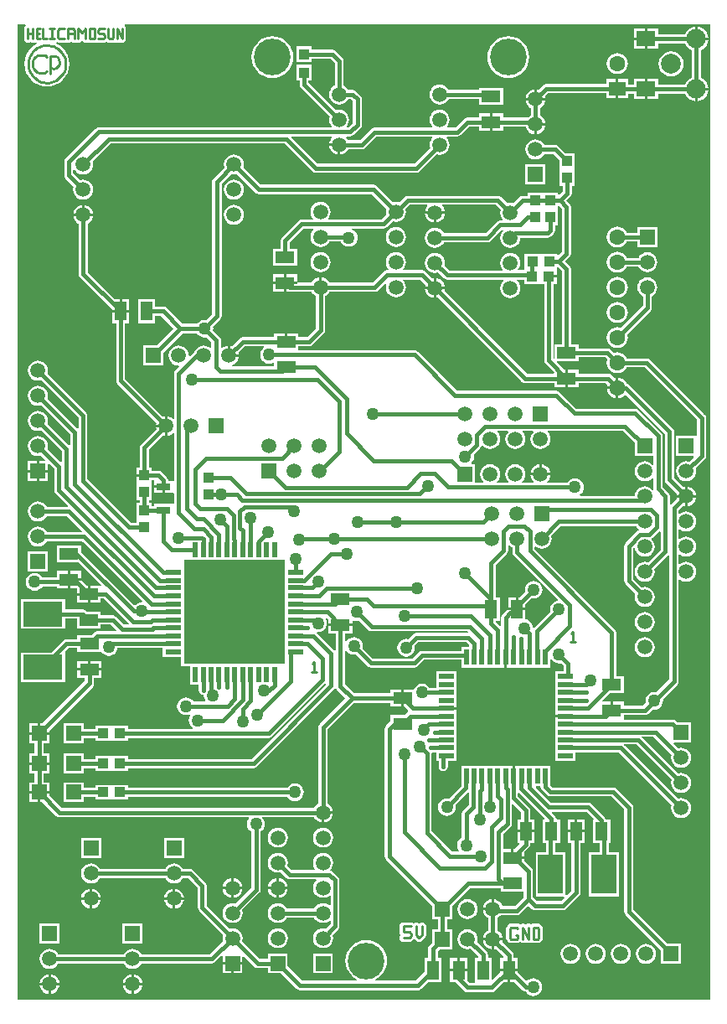
<source format=gtl>
%FSLAX24Y24*%
%MOIN*%
G70*
G01*
G75*
G04 Layer_Physical_Order=1*
G04 Layer_Color=255*
%ADD10C,0.0100*%
%ADD11R,0.0472X0.0748*%
%ADD12R,0.0197X0.0610*%
%ADD13R,0.0610X0.0197*%
%ADD14R,0.0748X0.0472*%
%ADD15R,0.1575X0.0984*%
%ADD16R,0.0984X0.1575*%
%ADD17R,0.0591X0.0591*%
%ADD18R,0.0433X0.0394*%
%ADD19R,0.0394X0.0433*%
%ADD20R,0.0551X0.0295*%
%ADD21C,0.0150*%
%ADD22C,0.0177*%
%ADD23R,0.4031X0.4122*%
%ADD24C,0.0591*%
%ADD25C,0.0630*%
%ADD26R,0.0669X0.0551*%
%ADD27C,0.0787*%
%ADD28R,0.0768X0.0591*%
%ADD29C,0.0768*%
%ADD30C,0.1457*%
%ADD31C,0.0500*%
G36*
X37547Y9980D02*
X9980D01*
Y48768D01*
X10295D01*
X10309Y48720D01*
X10292Y48708D01*
X10259Y48659D01*
X10247Y48600D01*
Y48200D01*
X10259Y48141D01*
X10292Y48092D01*
X10341Y48059D01*
X10400Y48047D01*
X10459Y48059D01*
X10500Y48086D01*
X10541Y48059D01*
X10600Y48047D01*
X10659Y48059D01*
X10675Y48070D01*
X10691Y48059D01*
X10747Y48048D01*
X10750Y48031D01*
Y47996D01*
X10658Y47946D01*
X10522Y47835D01*
X10410Y47699D01*
X10327Y47544D01*
X10276Y47375D01*
X10259Y47200D01*
X10276Y47025D01*
X10327Y46856D01*
X10410Y46701D01*
X10522Y46565D01*
X10658Y46454D01*
X10813Y46371D01*
X10982Y46320D01*
X11157Y46302D01*
X11332Y46320D01*
X11500Y46371D01*
X11655Y46454D01*
X11791Y46565D01*
X11903Y46701D01*
X11986Y46856D01*
X12037Y47025D01*
X12054Y47200D01*
X12037Y47375D01*
X11986Y47544D01*
X11903Y47699D01*
X11791Y47835D01*
X11655Y47946D01*
X11500Y48029D01*
X11450Y48045D01*
X11450Y48047D01*
X11509Y48059D01*
X11550Y48086D01*
X11575Y48070D01*
X11591Y48059D01*
X11650Y48047D01*
X11850D01*
X11909Y48059D01*
X11925Y48070D01*
X11941Y48059D01*
X12000Y48047D01*
X12059Y48059D01*
X12108Y48092D01*
X12142D01*
X12191Y48059D01*
X12250Y48047D01*
X12309Y48059D01*
X12325Y48070D01*
X12341Y48059D01*
X12400Y48047D01*
X12459Y48059D01*
X12508Y48092D01*
X12525Y48117D01*
X12575D01*
X12592Y48092D01*
X12641Y48059D01*
X12700Y48047D01*
X12759Y48059D01*
X12775Y48070D01*
X12791Y48059D01*
X12850Y48047D01*
X13050D01*
X13109Y48059D01*
X13125Y48070D01*
X13141Y48059D01*
X13200Y48047D01*
X13400D01*
X13459Y48059D01*
X13508Y48092D01*
X13525Y48109D01*
X13542Y48092D01*
X13591Y48059D01*
X13650Y48047D01*
X13750D01*
X13809Y48059D01*
X13850Y48086D01*
X13891Y48059D01*
X13950Y48047D01*
X14009Y48059D01*
X14049Y48086D01*
X14050Y48084D01*
X14071Y48072D01*
X14091Y48059D01*
X14097Y48058D01*
X14102Y48055D01*
X14126Y48052D01*
X14150Y48047D01*
X14155Y48048D01*
X14161Y48047D01*
X14184Y48054D01*
X14209Y48059D01*
X14213Y48062D01*
X14218Y48063D01*
X14238Y48078D01*
X14258Y48092D01*
X14261Y48096D01*
X14266Y48100D01*
X14278Y48121D01*
X14291Y48141D01*
X14292Y48147D01*
X14295Y48152D01*
X14298Y48176D01*
X14303Y48200D01*
Y48600D01*
X14291Y48659D01*
X14258Y48708D01*
X14241Y48720D01*
X14255Y48768D01*
X37547D01*
Y9980D01*
D02*
G37*
%LPC*%
G36*
X20344Y16824D02*
X20241Y16810D01*
X20145Y16770D01*
X20062Y16707D01*
X19999Y16625D01*
X19959Y16528D01*
X19945Y16425D01*
X19959Y16322D01*
X19999Y16226D01*
X20062Y16143D01*
X20145Y16080D01*
X20241Y16040D01*
X20344Y16027D01*
X20447Y16040D01*
X20543Y16080D01*
X20626Y16143D01*
X20689Y16226D01*
X20729Y16322D01*
X20743Y16425D01*
X20729Y16528D01*
X20689Y16625D01*
X20626Y16707D01*
X20543Y16770D01*
X20447Y16810D01*
X20344Y16824D01*
D02*
G37*
G36*
X14617Y10992D02*
Y10650D01*
X14959D01*
X14952Y10703D01*
X14912Y10799D01*
X14849Y10882D01*
X14766Y10945D01*
X14670Y10985D01*
X14617Y10992D01*
D02*
G37*
G36*
X16616Y16395D02*
X15825D01*
Y15605D01*
X16616D01*
Y16395D01*
D02*
G37*
G36*
X22144Y16824D02*
X22041Y16810D01*
X21945Y16770D01*
X21862Y16707D01*
X21799Y16625D01*
X21759Y16528D01*
X21745Y16425D01*
X21759Y16322D01*
X21799Y16226D01*
X21862Y16143D01*
X21945Y16080D01*
X22041Y16040D01*
X22144Y16027D01*
X22247Y16040D01*
X22343Y16080D01*
X22426Y16143D01*
X22489Y16226D01*
X22529Y16322D01*
X22543Y16425D01*
X22529Y16528D01*
X22489Y16625D01*
X22426Y16707D01*
X22343Y16770D01*
X22247Y16810D01*
X22144Y16824D01*
D02*
G37*
G36*
X32550Y17151D02*
X32264D01*
Y16727D01*
X32550D01*
Y17151D01*
D02*
G37*
G36*
X32164D02*
X31878D01*
Y16727D01*
X32164D01*
Y17151D01*
D02*
G37*
G36*
X22536Y17375D02*
X22194D01*
Y17033D01*
X22247Y17040D01*
X22343Y17080D01*
X22426Y17143D01*
X22489Y17226D01*
X22529Y17322D01*
X22536Y17375D01*
D02*
G37*
G36*
X20394Y14817D02*
Y14475D01*
X20736D01*
X20729Y14528D01*
X20689Y14625D01*
X20626Y14707D01*
X20543Y14770D01*
X20447Y14810D01*
X20394Y14817D01*
D02*
G37*
G36*
X20294D02*
X20241Y14810D01*
X20145Y14770D01*
X20062Y14707D01*
X19999Y14625D01*
X19959Y14528D01*
X19952Y14475D01*
X20294D01*
Y14817D01*
D02*
G37*
G36*
X16270Y14392D02*
Y14050D01*
X16613D01*
X16606Y14103D01*
X16566Y14199D01*
X16502Y14282D01*
X16420Y14345D01*
X16324Y14385D01*
X16270Y14392D01*
D02*
G37*
G36*
X18494Y14817D02*
X18441Y14810D01*
X18345Y14771D01*
X18262Y14707D01*
X18199Y14625D01*
X18159Y14528D01*
X18152Y14475D01*
X18494D01*
Y14817D01*
D02*
G37*
G36*
X13309Y16395D02*
X12518D01*
Y15605D01*
X13309D01*
Y16395D01*
D02*
G37*
G36*
X22144Y15824D02*
X22041Y15810D01*
X21945Y15770D01*
X21862Y15707D01*
X21799Y15625D01*
X21759Y15528D01*
X21745Y15425D01*
X21759Y15322D01*
X21799Y15226D01*
X21839Y15173D01*
X21817Y15128D01*
X20893D01*
X20721Y15301D01*
X20729Y15322D01*
X20743Y15425D01*
X20729Y15528D01*
X20689Y15625D01*
X20626Y15707D01*
X20543Y15770D01*
X20447Y15810D01*
X20344Y15824D01*
X20241Y15810D01*
X20145Y15770D01*
X20062Y15707D01*
X19999Y15625D01*
X19959Y15528D01*
X19945Y15425D01*
X19959Y15322D01*
X19999Y15226D01*
X20062Y15143D01*
X20145Y15080D01*
X20241Y15040D01*
X20344Y15027D01*
X20447Y15040D01*
X20468Y15049D01*
X20693Y14824D01*
X20693Y14824D01*
X20751Y14785D01*
X20819Y14772D01*
X21868D01*
X21885Y14724D01*
X21862Y14707D01*
X21799Y14625D01*
X21759Y14528D01*
X21745Y14425D01*
X21759Y14322D01*
X21799Y14226D01*
X21862Y14143D01*
X21945Y14080D01*
X22041Y14040D01*
X22144Y14027D01*
X22247Y14040D01*
X22343Y14080D01*
X22397Y14121D01*
X22442Y14099D01*
Y13752D01*
X22397Y13730D01*
X22343Y13770D01*
X22247Y13810D01*
X22144Y13824D01*
X22041Y13810D01*
X21945Y13770D01*
X21862Y13707D01*
X21799Y13625D01*
X21790Y13604D01*
X20698D01*
X20689Y13625D01*
X20626Y13707D01*
X20543Y13770D01*
X20447Y13810D01*
X20344Y13824D01*
X20241Y13810D01*
X20145Y13770D01*
X20062Y13707D01*
X19999Y13625D01*
X19959Y13528D01*
X19945Y13425D01*
X19959Y13322D01*
X19999Y13226D01*
X20062Y13143D01*
X20145Y13080D01*
X20241Y13040D01*
X20344Y13027D01*
X20447Y13040D01*
X20543Y13080D01*
X20626Y13143D01*
X20689Y13226D01*
X20698Y13247D01*
X21790D01*
X21799Y13226D01*
X21862Y13143D01*
X21945Y13080D01*
X22041Y13040D01*
X22144Y13027D01*
X22247Y13040D01*
X22343Y13080D01*
X22397Y13121D01*
X22442Y13099D01*
Y12975D01*
X22268Y12802D01*
X22247Y12810D01*
X22144Y12824D01*
X22041Y12810D01*
X21945Y12770D01*
X21862Y12707D01*
X21799Y12625D01*
X21759Y12528D01*
X21745Y12425D01*
X21759Y12322D01*
X21799Y12226D01*
X21862Y12143D01*
X21945Y12080D01*
X22041Y12040D01*
X22144Y12027D01*
X22247Y12040D01*
X22343Y12080D01*
X22426Y12143D01*
X22489Y12226D01*
X22529Y12322D01*
X22543Y12425D01*
X22529Y12528D01*
X22521Y12549D01*
X22746Y12775D01*
X22785Y12833D01*
X22798Y12901D01*
X22798Y12901D01*
Y14730D01*
X22798Y14730D01*
X22785Y14798D01*
X22746Y14856D01*
X22526Y15076D01*
X22468Y15115D01*
X22431Y15122D01*
X22426Y15143D01*
X22489Y15226D01*
X22529Y15322D01*
X22543Y15425D01*
X22529Y15528D01*
X22489Y15625D01*
X22426Y15707D01*
X22343Y15770D01*
X22247Y15810D01*
X22144Y15824D01*
D02*
G37*
G36*
X18594Y14817D02*
Y14475D01*
X18936D01*
X18929Y14528D01*
X18889Y14625D01*
X18826Y14707D01*
X18743Y14771D01*
X18647Y14810D01*
X18594Y14817D01*
D02*
G37*
G36*
X10797Y18178D02*
X10452D01*
Y17832D01*
X10797D01*
Y18178D01*
D02*
G37*
G36*
X11310Y10992D02*
Y10650D01*
X11652D01*
X11645Y10703D01*
X11605Y10799D01*
X11542Y10882D01*
X11459Y10945D01*
X11363Y10985D01*
X11310Y10992D01*
D02*
G37*
G36*
X14517Y10992D02*
X14464Y10985D01*
X14368Y10945D01*
X14285Y10882D01*
X14222Y10799D01*
X14182Y10703D01*
X14175Y10650D01*
X14517D01*
Y10992D01*
D02*
G37*
G36*
X13317Y23452D02*
X12893D01*
Y23166D01*
X13317D01*
Y23452D01*
D02*
G37*
G36*
X11210Y10992D02*
X11157Y10985D01*
X11061Y10945D01*
X10978Y10882D01*
X10915Y10799D01*
X10875Y10703D01*
X10868Y10650D01*
X11210D01*
Y10992D01*
D02*
G37*
G36*
X12513Y26678D02*
Y26641D01*
X12089D01*
Y26355D01*
X12332D01*
X12357Y26330D01*
Y26159D01*
X12781D01*
Y26445D01*
X12747D01*
X12513Y26678D01*
D02*
G37*
G36*
X14959Y10550D02*
X14617D01*
Y10208D01*
X14670Y10215D01*
X14766Y10255D01*
X14849Y10318D01*
X14912Y10401D01*
X14952Y10497D01*
X14959Y10550D01*
D02*
G37*
G36*
X12781Y26059D02*
X12357D01*
Y25772D01*
X12781D01*
Y26059D01*
D02*
G37*
G36*
X11243Y20517D02*
X10452D01*
Y20172D01*
X10655D01*
Y19762D01*
X10452D01*
Y19417D01*
X11243D01*
Y19762D01*
X11040D01*
Y20172D01*
X11243D01*
Y20517D01*
D02*
G37*
G36*
Y19317D02*
X10452D01*
Y18972D01*
X10655D01*
Y18623D01*
X10452D01*
Y18278D01*
X11243D01*
Y18623D01*
X11040D01*
Y18972D01*
X11243D01*
Y19317D01*
D02*
G37*
G36*
X12620Y18623D02*
X11830D01*
Y17832D01*
X12620D01*
Y18049D01*
X13085D01*
Y17931D01*
X13718D01*
D01*
Y17931D01*
X13718D01*
X13718Y17931D01*
X13754D01*
Y17931D01*
X14387D01*
Y18049D01*
X20725D01*
X20780Y17978D01*
X20853Y17922D01*
X20938Y17887D01*
X21029Y17875D01*
X21121Y17887D01*
X21206Y17922D01*
X21279Y17978D01*
X21335Y18051D01*
X21370Y18136D01*
X21382Y18228D01*
X21370Y18319D01*
X21335Y18404D01*
X21279Y18477D01*
X21206Y18533D01*
X21121Y18569D01*
X21029Y18581D01*
X20938Y18569D01*
X20853Y18533D01*
X20780Y18477D01*
X20725Y18406D01*
X14387D01*
Y18524D01*
X13754D01*
D01*
D01*
X13754Y18524D01*
X13718D01*
Y18524D01*
X13085D01*
Y18406D01*
X12620D01*
Y18623D01*
D02*
G37*
G36*
X10797Y20962D02*
X10452D01*
Y20617D01*
X10797D01*
Y20962D01*
D02*
G37*
G36*
X12793Y23452D02*
X12369D01*
Y23166D01*
X12793D01*
Y23452D01*
D02*
G37*
G36*
X27452Y23028D02*
X26642D01*
Y22631D01*
Y22398D01*
Y22379D01*
X26395D01*
X26340Y22450D01*
X26267Y22506D01*
X26182Y22541D01*
X26090Y22553D01*
X25999Y22541D01*
X25914Y22506D01*
X25841Y22450D01*
X25785Y22377D01*
X25760Y22317D01*
X25364D01*
Y21981D01*
Y21645D01*
X25378D01*
X25526Y21498D01*
X25537Y21439D01*
X25537Y21432D01*
X25476Y21391D01*
X25378Y21294D01*
X24840D01*
Y21069D01*
X24655Y20884D01*
X24614Y20822D01*
X24599Y20748D01*
Y15691D01*
X24614Y15618D01*
X24655Y15555D01*
X24829Y15382D01*
X24829Y15382D01*
X26507Y13704D01*
Y13185D01*
X26710D01*
Y12776D01*
X26507D01*
Y12257D01*
X26382Y12132D01*
X26340Y12070D01*
X26338Y12057D01*
X26326Y11996D01*
Y11627D01*
X26182D01*
Y11080D01*
X25834Y10732D01*
X24245D01*
X24232Y10780D01*
X24329Y10832D01*
X24455Y10935D01*
X24558Y11061D01*
X24635Y11205D01*
X24683Y11361D01*
X24699Y11524D01*
X24683Y11686D01*
X24635Y11842D01*
X24558Y11986D01*
X24455Y12112D01*
X24329Y12216D01*
X24185Y12293D01*
X24029Y12340D01*
X23866Y12356D01*
X23704Y12340D01*
X23548Y12293D01*
X23404Y12216D01*
X23278Y12112D01*
X23174Y11986D01*
X23097Y11842D01*
X23050Y11686D01*
X23034Y11524D01*
X23050Y11361D01*
X23097Y11205D01*
X23174Y11061D01*
X23278Y10935D01*
X23404Y10832D01*
X23500Y10780D01*
X23488Y10732D01*
X21310D01*
X20739Y11302D01*
Y11820D01*
X19949D01*
Y11617D01*
X19624D01*
X18926Y12315D01*
X18929Y12322D01*
X18943Y12425D01*
X18929Y12528D01*
X18889Y12625D01*
X18826Y12707D01*
X18743Y12770D01*
X18647Y12810D01*
X18544Y12824D01*
X18441Y12810D01*
X18420Y12802D01*
X17517Y13705D01*
Y14512D01*
X17517Y14512D01*
X17503Y14580D01*
X17465Y14638D01*
X16977Y15126D01*
X16919Y15165D01*
X16850Y15178D01*
X16574D01*
X16566Y15199D01*
X16502Y15282D01*
X16420Y15345D01*
X16324Y15385D01*
X16220Y15399D01*
X16117Y15385D01*
X16021Y15345D01*
X15939Y15282D01*
X15875Y15199D01*
X15867Y15178D01*
X13267D01*
X13259Y15199D01*
X13195Y15282D01*
X13113Y15345D01*
X13017Y15385D01*
X12913Y15399D01*
X12810Y15385D01*
X12714Y15345D01*
X12631Y15282D01*
X12568Y15199D01*
X12528Y15103D01*
X12515Y15000D01*
X12528Y14897D01*
X12568Y14801D01*
X12631Y14718D01*
X12714Y14655D01*
X12810Y14615D01*
X12913Y14601D01*
X13017Y14615D01*
X13113Y14655D01*
X13195Y14718D01*
X13259Y14801D01*
X13267Y14822D01*
X15867D01*
X15875Y14801D01*
X15939Y14718D01*
X16021Y14655D01*
X16117Y14615D01*
X16220Y14601D01*
X16324Y14615D01*
X16420Y14655D01*
X16502Y14718D01*
X16566Y14801D01*
X16574Y14822D01*
X16776D01*
X17160Y14438D01*
Y13631D01*
X17174Y13562D01*
X17212Y13505D01*
X18168Y12549D01*
X18159Y12528D01*
X18145Y12425D01*
X18159Y12322D01*
X18168Y12301D01*
X17645Y11778D01*
X14921D01*
X14912Y11799D01*
X14849Y11882D01*
X14766Y11945D01*
X14670Y11985D01*
X14567Y11999D01*
X14464Y11985D01*
X14368Y11945D01*
X14285Y11882D01*
X14222Y11799D01*
X14213Y11778D01*
X11614D01*
X11605Y11799D01*
X11542Y11882D01*
X11459Y11945D01*
X11363Y11985D01*
X11260Y11999D01*
X11157Y11985D01*
X11061Y11945D01*
X10978Y11882D01*
X10915Y11799D01*
X10875Y11703D01*
X10861Y11600D01*
X10875Y11497D01*
X10915Y11401D01*
X10978Y11318D01*
X11061Y11255D01*
X11157Y11215D01*
X11260Y11201D01*
X11363Y11215D01*
X11459Y11255D01*
X11542Y11318D01*
X11605Y11401D01*
X11614Y11422D01*
X14213D01*
X14222Y11401D01*
X14285Y11318D01*
X14368Y11255D01*
X14464Y11215D01*
X14567Y11201D01*
X14670Y11215D01*
X14766Y11255D01*
X14849Y11318D01*
X14912Y11401D01*
X14921Y11422D01*
X17719D01*
X17787Y11435D01*
X17845Y11474D01*
X18103Y11731D01*
X18149Y11712D01*
Y11475D01*
X18939D01*
Y11693D01*
X18986Y11712D01*
X19408Y11289D01*
X19471Y11248D01*
X19471Y11248D01*
D01*
X19544Y11233D01*
X19949D01*
Y11030D01*
X20467D01*
X21094Y10403D01*
X21156Y10362D01*
X21230Y10347D01*
X25913D01*
X25975Y10359D01*
X25987Y10362D01*
X26049Y10403D01*
X26325Y10679D01*
X26854D01*
Y11627D01*
X26710D01*
Y11916D01*
X26779Y11985D01*
X27298D01*
Y12776D01*
X27095D01*
Y13185D01*
X27298D01*
Y13704D01*
X28003Y14409D01*
X29209D01*
Y14265D01*
X30137D01*
X30137Y14054D01*
X29776Y13694D01*
X29283D01*
X29248Y13780D01*
X29184Y13862D01*
X29102Y13926D01*
X29006Y13965D01*
X28952Y13972D01*
Y13580D01*
X28902D01*
Y13530D01*
X28510D01*
X28517Y13477D01*
X28557Y13381D01*
X28620Y13298D01*
X28703Y13235D01*
X28710Y13232D01*
Y12729D01*
X28703Y12726D01*
X28620Y12662D01*
X28557Y12580D01*
X28517Y12483D01*
X28510Y12430D01*
X29294D01*
X29287Y12483D01*
X29248Y12580D01*
X29184Y12662D01*
X29102Y12726D01*
X29095Y12729D01*
Y13232D01*
X29102Y13235D01*
X29184Y13298D01*
X29214Y13337D01*
X29850D01*
X29919Y13351D01*
X29977Y13390D01*
X30290Y13703D01*
X30340Y13703D01*
X30451Y13592D01*
X30451Y13592D01*
X30451Y13592D01*
X30485Y13569D01*
X30509Y13553D01*
X30509Y13553D01*
X30509Y13553D01*
X30536Y13548D01*
X30577Y13540D01*
X30577Y13540D01*
X30577D01*
X31687D01*
X31755Y13553D01*
X31813Y13592D01*
X32340Y14119D01*
X32340Y14119D01*
X32379Y14177D01*
X32393Y14246D01*
X32393Y14246D01*
Y16203D01*
X32550D01*
Y16627D01*
X31878D01*
Y16203D01*
X32036D01*
Y14320D01*
X31841Y14125D01*
X31795Y14144D01*
Y15855D01*
X31382D01*
Y16203D01*
X31574D01*
Y17151D01*
X31518D01*
X31416Y17172D01*
X31403Y17240D01*
X31364Y17298D01*
X31249Y17413D01*
X31268Y17459D01*
X32623D01*
X32910Y17172D01*
X32902Y17151D01*
X32902Y17151D01*
Y17151D01*
Y17151D01*
X32902D01*
D01*
Y16203D01*
X33151D01*
Y15855D01*
X32737D01*
Y14080D01*
X33921D01*
Y15855D01*
X33508D01*
Y16203D01*
X33574D01*
Y17151D01*
X33405D01*
X33403Y17165D01*
X33364Y17223D01*
X32823Y17764D01*
X32765Y17803D01*
X32697Y17816D01*
X31212D01*
X30608Y18420D01*
X30627Y18466D01*
X30805D01*
Y18457D01*
X30819Y18388D01*
X30857Y18330D01*
X31074Y18114D01*
X31074Y18114D01*
X31132Y18075D01*
X31200Y18062D01*
X31200Y18062D01*
X33619D01*
X34137Y17544D01*
Y13485D01*
X34150Y13417D01*
X34189Y13359D01*
X35605Y11943D01*
Y11405D01*
X36395D01*
Y12195D01*
X35857D01*
X34493Y13559D01*
Y17618D01*
X34480Y17686D01*
X34441Y17744D01*
X34441Y17744D01*
X33819Y18366D01*
X33761Y18405D01*
X33693Y18418D01*
X31274D01*
X31194Y18498D01*
Y19277D01*
X29786D01*
Y18871D01*
X29686D01*
Y19277D01*
X27648D01*
Y18466D01*
X27163Y17981D01*
X27074Y17993D01*
X26982Y17981D01*
X26897Y17946D01*
X26824Y17890D01*
X26768Y17816D01*
X26733Y17731D01*
X26721Y17640D01*
X26733Y17549D01*
X26768Y17463D01*
X26824Y17390D01*
X26897Y17334D01*
X26982Y17299D01*
X27074Y17287D01*
X27165Y17299D01*
X27250Y17334D01*
X27323Y17390D01*
X27380Y17463D01*
X27415Y17549D01*
X27427Y17640D01*
X27415Y17729D01*
X27900Y18214D01*
X27947Y18195D01*
Y17723D01*
X27719Y17495D01*
X27680Y17437D01*
X27667Y17369D01*
Y16424D01*
X27595Y16369D01*
X27539Y16296D01*
X27504Y16211D01*
X27492Y16120D01*
X27504Y16028D01*
X27539Y15943D01*
X27562Y15913D01*
X27540Y15868D01*
X27274D01*
X26458Y16684D01*
Y19767D01*
X26456Y19779D01*
X26488Y19817D01*
X26642D01*
Y19797D01*
Y19482D01*
X26757D01*
Y19251D01*
X26771Y19183D01*
X26810Y19125D01*
X26868Y19086D01*
X26936Y19072D01*
X27004Y19086D01*
X27062Y19125D01*
X27101Y19183D01*
X27114Y19251D01*
Y19482D01*
X27452D01*
Y19797D01*
Y20112D01*
Y20426D01*
Y20741D01*
Y21056D01*
Y21371D01*
Y21520D01*
X27047D01*
Y21620D01*
X27452D01*
Y21686D01*
Y22001D01*
Y22316D01*
Y22631D01*
Y23028D01*
D02*
G37*
G36*
X13317Y23066D02*
X12369D01*
Y22780D01*
X12650D01*
Y22642D01*
X10971Y20962D01*
X10897D01*
Y20617D01*
X11243D01*
Y20690D01*
X12978Y22426D01*
X13020Y22489D01*
X13030Y22538D01*
X13035Y22562D01*
Y22780D01*
X13317D01*
Y23066D01*
D02*
G37*
G36*
X16170Y14392D02*
X16117Y14385D01*
X16021Y14345D01*
X15939Y14282D01*
X15875Y14199D01*
X15835Y14103D01*
X15828Y14050D01*
X16170D01*
Y14392D01*
D02*
G37*
G36*
X34000Y12199D02*
X33897Y12185D01*
X33801Y12145D01*
X33718Y12082D01*
X33655Y11999D01*
X33615Y11903D01*
X33601Y11800D01*
X33615Y11697D01*
X33655Y11601D01*
X33718Y11518D01*
X33801Y11455D01*
X33897Y11415D01*
X34000Y11401D01*
X34103Y11415D01*
X34199Y11455D01*
X34282Y11518D01*
X34345Y11601D01*
X34385Y11697D01*
X34399Y11800D01*
X34385Y11903D01*
X34345Y11999D01*
X34282Y12082D01*
X34199Y12145D01*
X34103Y12185D01*
X34000Y12199D01*
D02*
G37*
G36*
X33000D02*
X32897Y12185D01*
X32801Y12145D01*
X32718Y12082D01*
X32655Y11999D01*
X32615Y11903D01*
X32601Y11800D01*
X32615Y11697D01*
X32655Y11601D01*
X32718Y11518D01*
X32801Y11455D01*
X32897Y11415D01*
X33000Y11401D01*
X33103Y11415D01*
X33199Y11455D01*
X33282Y11518D01*
X33345Y11601D01*
X33385Y11697D01*
X33399Y11800D01*
X33385Y11903D01*
X33345Y11999D01*
X33282Y12082D01*
X33199Y12145D01*
X33103Y12185D01*
X33000Y12199D01*
D02*
G37*
G36*
X32000D02*
X31897Y12185D01*
X31801Y12145D01*
X31718Y12082D01*
X31655Y11999D01*
X31615Y11903D01*
X31601Y11800D01*
X31615Y11697D01*
X31655Y11601D01*
X31718Y11518D01*
X31801Y11455D01*
X31897Y11415D01*
X32000Y11401D01*
X32103Y11415D01*
X32199Y11455D01*
X32282Y11518D01*
X32345Y11601D01*
X32385Y11697D01*
X32399Y11800D01*
X32385Y11903D01*
X32345Y11999D01*
X32282Y12082D01*
X32199Y12145D01*
X32103Y12185D01*
X32000Y12199D01*
D02*
G37*
G36*
X35000D02*
X34897Y12185D01*
X34801Y12145D01*
X34718Y12082D01*
X34655Y11999D01*
X34615Y11903D01*
X34601Y11800D01*
X34615Y11697D01*
X34655Y11601D01*
X34718Y11518D01*
X34801Y11455D01*
X34897Y11415D01*
X35000Y11401D01*
X35103Y11415D01*
X35199Y11455D01*
X35282Y11518D01*
X35345Y11601D01*
X35385Y11697D01*
X35399Y11800D01*
X35385Y11903D01*
X35345Y11999D01*
X35282Y12082D01*
X35199Y12145D01*
X35103Y12185D01*
X35000Y12199D01*
D02*
G37*
G36*
X11655Y12995D02*
X10865D01*
Y12205D01*
X11655D01*
Y12995D01*
D02*
G37*
G36*
X20344Y12824D02*
X20241Y12810D01*
X20145Y12770D01*
X20062Y12707D01*
X19999Y12625D01*
X19959Y12528D01*
X19945Y12425D01*
X19959Y12322D01*
X19999Y12226D01*
X20062Y12143D01*
X20145Y12080D01*
X20241Y12040D01*
X20344Y12027D01*
X20447Y12040D01*
X20543Y12080D01*
X20626Y12143D01*
X20689Y12226D01*
X20729Y12322D01*
X20743Y12425D01*
X20729Y12528D01*
X20689Y12625D01*
X20626Y12707D01*
X20543Y12770D01*
X20447Y12810D01*
X20344Y12824D01*
D02*
G37*
G36*
X28852Y12330D02*
X28510D01*
X28517Y12277D01*
X28557Y12181D01*
X28620Y12098D01*
X28703Y12035D01*
X28799Y11995D01*
X28852Y11988D01*
Y12330D01*
D02*
G37*
G36*
X18494Y11375D02*
X18149D01*
Y11030D01*
X18494D01*
Y11375D01*
D02*
G37*
G36*
X22539Y11820D02*
X21749D01*
Y11030D01*
X22539D01*
Y11820D01*
D02*
G37*
G36*
X27902Y12779D02*
X27799Y12765D01*
X27703Y12726D01*
X27620Y12662D01*
X27557Y12580D01*
X27517Y12483D01*
X27504Y12380D01*
X27517Y12277D01*
X27557Y12181D01*
X27620Y12098D01*
X27703Y12035D01*
X27799Y11995D01*
X27902Y11982D01*
X28006Y11995D01*
X28013Y11998D01*
X28326Y11685D01*
Y11627D01*
X28182D01*
Y10679D01*
D01*
X28182D01*
Y10679D01*
X28182D01*
X28182D01*
Y10653D01*
X27981D01*
X27878Y10756D01*
Y11103D01*
X27206D01*
Y10679D01*
X27412D01*
X27766Y10325D01*
X27800Y10302D01*
X27828Y10283D01*
X27828Y10283D01*
D01*
X27835Y10282D01*
X27902Y10268D01*
X28850D01*
X28903Y10279D01*
X28923Y10283D01*
X28923Y10283D01*
X28923D01*
X28944Y10297D01*
X28986Y10325D01*
X29340Y10679D01*
X29492D01*
Y11103D01*
X29206D01*
Y11088D01*
X28901Y10783D01*
X28854Y10803D01*
Y11627D01*
X28710D01*
Y11765D01*
X28698Y11826D01*
X28696Y11838D01*
X28654Y11901D01*
X28285Y12270D01*
X28287Y12277D01*
X28301Y12380D01*
X28287Y12483D01*
X28248Y12580D01*
X28184Y12662D01*
X28102Y12726D01*
X28006Y12765D01*
X27902Y12779D01*
D02*
G37*
G36*
X18939Y11375D02*
X18594D01*
Y11030D01*
X18939D01*
Y11375D01*
D02*
G37*
G36*
X29294Y12330D02*
X28952D01*
Y11988D01*
X29006Y11995D01*
X29013Y11998D01*
X29338Y11673D01*
X29319Y11627D01*
X29206D01*
Y11203D01*
X29878D01*
Y11627D01*
X29734D01*
Y11741D01*
X29719Y11815D01*
X29678Y11877D01*
X29285Y12270D01*
X29287Y12277D01*
X29294Y12330D01*
D02*
G37*
G36*
X27878Y11627D02*
X27592D01*
Y11203D01*
X27878D01*
Y11627D01*
D02*
G37*
G36*
X27492D02*
X27206D01*
Y11203D01*
X27492D01*
Y11627D01*
D02*
G37*
G36*
X14962Y12995D02*
X14172D01*
Y12205D01*
X14962D01*
Y12995D01*
D02*
G37*
G36*
X20736Y14375D02*
X20394D01*
Y14033D01*
X20447Y14040D01*
X20543Y14080D01*
X20626Y14143D01*
X20689Y14226D01*
X20729Y14322D01*
X20736Y14375D01*
D02*
G37*
G36*
X20294D02*
X19952D01*
X19959Y14322D01*
X19999Y14226D01*
X20062Y14143D01*
X20145Y14080D01*
X20241Y14040D01*
X20294Y14033D01*
Y14375D01*
D02*
G37*
G36*
X28852Y13972D02*
X28799Y13965D01*
X28703Y13926D01*
X28620Y13862D01*
X28557Y13780D01*
X28517Y13683D01*
X28510Y13630D01*
X28852D01*
Y13972D01*
D02*
G37*
G36*
X18494Y14375D02*
X18152D01*
X18159Y14322D01*
X18199Y14226D01*
X18262Y14143D01*
X18345Y14080D01*
X18441Y14040D01*
X18494Y14033D01*
Y14375D01*
D02*
G37*
G36*
X12963Y14392D02*
Y14050D01*
X13306D01*
X13299Y14103D01*
X13259Y14199D01*
X13195Y14282D01*
X13113Y14345D01*
X13017Y14385D01*
X12963Y14392D01*
D02*
G37*
G36*
X12863D02*
X12810Y14385D01*
X12714Y14345D01*
X12631Y14282D01*
X12568Y14199D01*
X12528Y14103D01*
X12521Y14050D01*
X12863D01*
Y14392D01*
D02*
G37*
G36*
X18936Y14375D02*
X18594D01*
Y14033D01*
X18647Y14040D01*
X18743Y14080D01*
X18826Y14143D01*
X18889Y14226D01*
X18929Y14322D01*
X18936Y14375D01*
D02*
G37*
G36*
X27902Y13979D02*
X27799Y13965D01*
X27703Y13926D01*
X27620Y13862D01*
X27557Y13780D01*
X27517Y13683D01*
X27504Y13580D01*
X27517Y13477D01*
X27557Y13381D01*
X27620Y13298D01*
X27703Y13235D01*
X27799Y13195D01*
X27902Y13182D01*
X28006Y13195D01*
X28102Y13235D01*
X28184Y13298D01*
X28248Y13381D01*
X28287Y13477D01*
X28301Y13580D01*
X28287Y13683D01*
X28248Y13780D01*
X28184Y13862D01*
X28102Y13926D01*
X28006Y13965D01*
X27902Y13979D01*
D02*
G37*
G36*
X26091Y13055D02*
X26033Y13044D01*
X25983Y13011D01*
X25963D01*
X25914Y13044D01*
X25855Y13055D01*
X25797Y13044D01*
X25757Y13017D01*
X25717Y13044D01*
X25658Y13055D01*
X25343D01*
X25285Y13044D01*
X25235Y13011D01*
X25202Y12961D01*
X25190Y12902D01*
Y12824D01*
Y12666D01*
X25202Y12608D01*
X25235Y12558D01*
Y12538D01*
X25202Y12488D01*
X25190Y12430D01*
X25202Y12371D01*
X25235Y12322D01*
X25285Y12289D01*
X25343Y12277D01*
X25580D01*
X25638Y12289D01*
X25688Y12322D01*
X25766Y12401D01*
X25785Y12402D01*
X25865Y12322D01*
X25915Y12289D01*
X25973Y12277D01*
X25973D01*
X26032Y12289D01*
X26081Y12322D01*
X26199Y12440D01*
X26233Y12490D01*
X26244Y12548D01*
Y12902D01*
X26233Y12961D01*
X26199Y13011D01*
X26150Y13044D01*
X26091Y13055D01*
D02*
G37*
G36*
X30694Y13006D02*
X30537D01*
X30478Y12995D01*
X30440Y12969D01*
X30439Y12968D01*
X30399Y12995D01*
X30340Y13006D01*
X30282Y12995D01*
X30232Y12962D01*
X30212D01*
X30208Y12965D01*
X30204Y12969D01*
X30183Y12981D01*
X30162Y12995D01*
X30157Y12996D01*
X30152Y12999D01*
X30128Y13002D01*
X30104Y13006D01*
X30099Y13005D01*
X30093Y13006D01*
X30069Y13000D01*
X30045Y12995D01*
X30041Y12992D01*
X30036Y12990D01*
X30016Y12975D01*
X29996Y12962D01*
X29996Y12962D01*
X29984Y12953D01*
X29976Y12962D01*
X29926Y12995D01*
X29868Y13006D01*
X29632D01*
X29573Y12995D01*
X29523Y12962D01*
X29484Y12922D01*
X29451Y12873D01*
X29439Y12814D01*
Y12420D01*
X29451Y12362D01*
X29484Y12312D01*
X29523Y12273D01*
X29573Y12240D01*
X29632Y12228D01*
X29868D01*
X29926Y12240D01*
X29976Y12273D01*
X29978Y12275D01*
X29996Y12273D01*
X30045Y12240D01*
X30104Y12228D01*
X30162Y12240D01*
X30212Y12273D01*
X30232D01*
X30237Y12270D01*
X30240Y12266D01*
X30261Y12253D01*
X30282Y12240D01*
X30287Y12239D01*
X30292Y12236D01*
X30316Y12233D01*
X30340Y12228D01*
X30346Y12229D01*
X30351Y12229D01*
X30375Y12235D01*
X30399Y12240D01*
X30403Y12243D01*
X30409Y12244D01*
X30428Y12259D01*
X30439Y12266D01*
X30478Y12240D01*
X30537Y12228D01*
X30694D01*
X30753Y12240D01*
X30803Y12273D01*
X30842Y12312D01*
X30875Y12362D01*
X30887Y12420D01*
Y12814D01*
X30875Y12873D01*
X30842Y12922D01*
X30803Y12962D01*
X30753Y12995D01*
X30694Y13006D01*
D02*
G37*
G36*
X12863Y13950D02*
X12521D01*
X12528Y13897D01*
X12568Y13801D01*
X12631Y13718D01*
X12714Y13655D01*
X12810Y13615D01*
X12863Y13608D01*
Y13950D01*
D02*
G37*
G36*
X16613D02*
X16270D01*
Y13608D01*
X16324Y13615D01*
X16420Y13655D01*
X16502Y13718D01*
X16566Y13801D01*
X16606Y13897D01*
X16613Y13950D01*
D02*
G37*
G36*
X16170D02*
X15828D01*
X15835Y13897D01*
X15875Y13801D01*
X15939Y13718D01*
X16021Y13655D01*
X16117Y13615D01*
X16170Y13608D01*
Y13950D01*
D02*
G37*
G36*
X13306D02*
X12963D01*
Y13608D01*
X13017Y13615D01*
X13113Y13655D01*
X13195Y13718D01*
X13259Y13801D01*
X13299Y13897D01*
X13306Y13950D01*
D02*
G37*
G36*
X18600Y42599D02*
X18497Y42585D01*
X18401Y42545D01*
X18318Y42482D01*
X18255Y42399D01*
X18215Y42303D01*
X18201Y42200D01*
X18215Y42097D01*
X18255Y42001D01*
X18318Y41918D01*
X18401Y41855D01*
X18497Y41815D01*
X18600Y41801D01*
X18703Y41815D01*
X18799Y41855D01*
X18882Y41918D01*
X18945Y42001D01*
X18985Y42097D01*
X18999Y42200D01*
X18985Y42303D01*
X18945Y42399D01*
X18882Y42482D01*
X18799Y42545D01*
X18703Y42585D01*
X18600Y42599D01*
D02*
G37*
G36*
X12650Y41592D02*
Y41250D01*
X12992D01*
X12985Y41303D01*
X12945Y41399D01*
X12882Y41482D01*
X12799Y41545D01*
X12703Y41585D01*
X12650Y41592D01*
D02*
G37*
G36*
X12550D02*
X12497Y41585D01*
X12401Y41545D01*
X12318Y41482D01*
X12255Y41399D01*
X12215Y41303D01*
X12208Y41250D01*
X12550D01*
Y41592D01*
D02*
G37*
G36*
X30995Y43195D02*
X30205D01*
Y42405D01*
X30995D01*
Y43195D01*
D02*
G37*
G36*
X30992Y44750D02*
X30650D01*
Y44408D01*
X30703Y44415D01*
X30799Y44455D01*
X30882Y44518D01*
X30945Y44601D01*
X30985Y44697D01*
X30992Y44750D01*
D02*
G37*
G36*
X29878Y11103D02*
X29592D01*
Y10679D01*
X29763D01*
X30090Y10352D01*
X30090Y10352D01*
X30148Y10314D01*
X30210Y10301D01*
X30265Y10229D01*
X30338Y10173D01*
X30423Y10138D01*
X30515Y10126D01*
X30606Y10138D01*
X30691Y10173D01*
X30764Y10229D01*
X30821Y10302D01*
X30856Y10387D01*
X30868Y10479D01*
X30856Y10570D01*
X30821Y10655D01*
X30764Y10728D01*
X30691Y10784D01*
X30606Y10820D01*
X30515Y10832D01*
X30423Y10820D01*
X30338Y10784D01*
X30265Y10728D01*
X30222Y10725D01*
X29878Y11069D01*
Y11103D01*
D02*
G37*
G36*
X30600Y44199D02*
X30497Y44185D01*
X30401Y44145D01*
X30318Y44082D01*
X30255Y43999D01*
X30215Y43903D01*
X30201Y43800D01*
X30215Y43697D01*
X30255Y43601D01*
X30318Y43518D01*
X30401Y43455D01*
X30497Y43415D01*
X30600Y43401D01*
X30703Y43415D01*
X30799Y43455D01*
X30882Y43518D01*
X30945Y43601D01*
X30954Y43622D01*
X31331D01*
X31573Y43379D01*
Y43018D01*
D01*
X31573Y43018D01*
Y43018D01*
X31573D01*
X31573D01*
X31573Y42982D01*
X31573D01*
Y42349D01*
X31692D01*
Y42133D01*
X31543Y41984D01*
X31497Y42003D01*
Y42088D01*
X30903D01*
D01*
D01*
X30903Y42088D01*
X30897D01*
Y42088D01*
X30303D01*
Y41950D01*
X30082D01*
X30082Y41950D01*
X30013Y41936D01*
X29955Y41898D01*
X29723Y41665D01*
X29702Y41674D01*
X29598Y41687D01*
X29495Y41674D01*
X29474Y41665D01*
X29234Y41906D01*
X29176Y41944D01*
X29107Y41958D01*
X25512D01*
X25512Y41958D01*
X25444Y41944D01*
X25386Y41906D01*
X25176Y41696D01*
X25150Y41706D01*
X25046Y41720D01*
X24943Y41706D01*
X24936Y41703D01*
X24294Y42346D01*
X24231Y42388D01*
X24219Y42390D01*
X24158Y42402D01*
X19670D01*
X18982Y43090D01*
X18985Y43097D01*
X18999Y43200D01*
X18985Y43303D01*
X18945Y43399D01*
X18882Y43482D01*
X18799Y43545D01*
X18703Y43585D01*
X18600Y43599D01*
X18497Y43585D01*
X18401Y43545D01*
X18318Y43482D01*
X18255Y43399D01*
X18215Y43303D01*
X18201Y43200D01*
X18215Y43097D01*
X18218Y43090D01*
X17784Y42656D01*
X17742Y42594D01*
X17740Y42581D01*
X17728Y42520D01*
Y37248D01*
X17497Y37017D01*
X17425Y37026D01*
X17334Y37014D01*
X17249Y36979D01*
X17176Y36923D01*
X17132Y36865D01*
X16553D01*
X15922Y37497D01*
X15859Y37538D01*
X15847Y37541D01*
X15786Y37553D01*
X15451D01*
Y37835D01*
X14779D01*
Y36887D01*
X15451D01*
Y37168D01*
X15706D01*
X16201Y36673D01*
X15523Y35995D01*
X15005D01*
Y35205D01*
X15795D01*
Y35723D01*
X16553Y36481D01*
X17132D01*
X17176Y36424D01*
X17249Y36367D01*
X17334Y36332D01*
X17425Y36320D01*
X17497Y36330D01*
X17705Y36121D01*
Y35920D01*
X17661Y35898D01*
X17599Y35945D01*
X17503Y35985D01*
X17400Y35999D01*
X17297Y35985D01*
X17201Y35945D01*
X17118Y35882D01*
X17055Y35799D01*
X17035Y35751D01*
X16997Y35726D01*
X16997Y35726D01*
X16843Y35571D01*
X16798Y35594D01*
X16799Y35600D01*
X16785Y35703D01*
X16745Y35799D01*
X16682Y35882D01*
X16599Y35945D01*
X16503Y35985D01*
X16400Y35999D01*
X16297Y35985D01*
X16201Y35945D01*
X16118Y35882D01*
X16055Y35799D01*
X16015Y35703D01*
X16001Y35600D01*
X16015Y35497D01*
X16055Y35401D01*
X16118Y35318D01*
X16201Y35255D01*
X16297Y35215D01*
X16400Y35201D01*
X16407Y35202D01*
X16429Y35157D01*
X16271Y35000D01*
X16233Y34942D01*
X16219Y34874D01*
Y33105D01*
X16174Y33083D01*
X16093Y33145D01*
X15997Y33185D01*
X15944Y33192D01*
Y32800D01*
Y32408D01*
X15997Y32415D01*
X16093Y32455D01*
X16174Y32517D01*
X16219Y32495D01*
Y30625D01*
X16176D01*
Y30625D01*
X15978D01*
Y30629D01*
X15965Y30697D01*
X15926Y30755D01*
X15926Y30755D01*
X15720Y30962D01*
X15662Y31000D01*
X15594Y31014D01*
X15333D01*
Y31152D01*
X15215D01*
Y31869D01*
X15770Y32424D01*
X15791Y32415D01*
X15844Y32408D01*
Y32750D01*
X15502D01*
X15509Y32697D01*
X15517Y32676D01*
X14910Y32069D01*
X14871Y32011D01*
X14858Y31943D01*
Y31152D01*
X14739D01*
Y30885D01*
X15036D01*
Y30785D01*
X14739D01*
Y30519D01*
D01*
X14739Y30519D01*
Y30519D01*
X14739D01*
X14739D01*
X14739Y30483D01*
X14739D01*
Y29850D01*
X14858D01*
Y29752D01*
X14739D01*
Y29119D01*
D01*
X14739Y29119D01*
Y29119D01*
X14739D01*
X14739D01*
X14739Y29083D01*
X14739D01*
Y28945D01*
X14509D01*
X12765Y30688D01*
Y33213D01*
X12765Y33213D01*
X12751Y33282D01*
X12732Y33311D01*
X12713Y33340D01*
X12713Y33340D01*
X11176Y34876D01*
X11185Y34897D01*
X11199Y35000D01*
X11185Y35103D01*
X11145Y35199D01*
X11082Y35282D01*
X10999Y35345D01*
X10903Y35385D01*
X10800Y35399D01*
X10697Y35385D01*
X10601Y35345D01*
X10518Y35282D01*
X10455Y35199D01*
X10415Y35103D01*
X10401Y35000D01*
X10415Y34897D01*
X10455Y34801D01*
X10518Y34718D01*
X10601Y34655D01*
X10697Y34615D01*
X10800Y34601D01*
X10903Y34615D01*
X10924Y34624D01*
X12408Y33139D01*
Y32709D01*
X12362Y32690D01*
X11176Y33876D01*
X11185Y33897D01*
X11199Y34000D01*
X11185Y34103D01*
X11145Y34199D01*
X11082Y34282D01*
X10999Y34345D01*
X10903Y34385D01*
X10800Y34399D01*
X10697Y34385D01*
X10601Y34345D01*
X10518Y34282D01*
X10455Y34199D01*
X10415Y34103D01*
X10401Y34000D01*
X10415Y33897D01*
X10455Y33801D01*
X10518Y33718D01*
X10601Y33655D01*
X10697Y33615D01*
X10800Y33601D01*
X10903Y33615D01*
X10924Y33624D01*
X12081Y32466D01*
Y32036D01*
X12035Y32017D01*
X11176Y32876D01*
X11185Y32897D01*
X11199Y33000D01*
X11185Y33103D01*
X11145Y33199D01*
X11082Y33282D01*
X10999Y33345D01*
X10903Y33385D01*
X10800Y33399D01*
X10697Y33385D01*
X10601Y33345D01*
X10518Y33282D01*
X10455Y33199D01*
X10415Y33103D01*
X10401Y33000D01*
X10415Y32897D01*
X10455Y32801D01*
X10518Y32718D01*
X10601Y32655D01*
X10697Y32615D01*
X10800Y32601D01*
X10903Y32615D01*
X10924Y32624D01*
X11751Y31797D01*
Y31367D01*
X11705Y31348D01*
X11176Y31876D01*
X11185Y31897D01*
X11199Y32000D01*
X11185Y32103D01*
X11145Y32199D01*
X11082Y32282D01*
X10999Y32345D01*
X10903Y32385D01*
X10800Y32399D01*
X10697Y32385D01*
X10601Y32345D01*
X10518Y32282D01*
X10455Y32199D01*
X10415Y32103D01*
X10401Y32000D01*
X10415Y31897D01*
X10455Y31801D01*
X10518Y31718D01*
X10601Y31655D01*
X10697Y31615D01*
X10800Y31601D01*
X10903Y31615D01*
X10924Y31624D01*
X11106Y31441D01*
X11087Y31395D01*
X10850D01*
Y31050D01*
X11195D01*
Y31287D01*
X11241Y31306D01*
X11459Y31088D01*
Y30228D01*
X11473Y30160D01*
X11512Y30102D01*
X11989Y29625D01*
X11970Y29578D01*
X11154D01*
X11145Y29599D01*
X11082Y29682D01*
X10999Y29745D01*
X10903Y29785D01*
X10800Y29799D01*
X10697Y29785D01*
X10601Y29745D01*
X10518Y29682D01*
X10455Y29599D01*
X10415Y29503D01*
X10401Y29400D01*
X10415Y29297D01*
X10455Y29201D01*
X10518Y29118D01*
X10601Y29055D01*
X10697Y29015D01*
X10800Y29001D01*
X10903Y29015D01*
X10999Y29055D01*
X11082Y29118D01*
X11145Y29201D01*
X11154Y29222D01*
X11963D01*
X12560Y28625D01*
X12541Y28578D01*
X11154D01*
X11145Y28599D01*
X11082Y28682D01*
X10999Y28745D01*
X10903Y28785D01*
X10800Y28799D01*
X10697Y28785D01*
X10601Y28745D01*
X10518Y28682D01*
X10455Y28599D01*
X10415Y28503D01*
X10401Y28400D01*
X10415Y28297D01*
X10455Y28201D01*
X10518Y28118D01*
X10601Y28055D01*
X10697Y28015D01*
X10800Y28001D01*
X10903Y28015D01*
X10999Y28055D01*
X11082Y28118D01*
X11145Y28201D01*
X11154Y28222D01*
X12550D01*
X14943Y25829D01*
X14927Y25781D01*
X14849Y25771D01*
X14763Y25736D01*
X14690Y25680D01*
X14685Y25672D01*
X14635Y25669D01*
X12513Y27790D01*
Y28051D01*
X11565D01*
Y27379D01*
X12420D01*
X13308Y26491D01*
X13289Y26445D01*
X12881D01*
Y26109D01*
Y25772D01*
X13305D01*
Y25930D01*
X13420D01*
X14409Y24941D01*
X14390Y24895D01*
X14220D01*
X13903Y25211D01*
X13845Y25250D01*
X13777Y25263D01*
X13305D01*
Y25421D01*
X12747D01*
X12716Y25452D01*
X12658Y25491D01*
X12590Y25504D01*
X11887D01*
Y25918D01*
X10113D01*
Y24734D01*
X11887D01*
Y25148D01*
X12357D01*
Y24749D01*
X13305D01*
Y24907D01*
X13703D01*
X13931Y24679D01*
X13912Y24633D01*
X13158D01*
X13158Y24633D01*
X13089Y24619D01*
X13060Y24600D01*
X13031Y24581D01*
X13031Y24581D01*
X12926Y24476D01*
X12369D01*
Y24318D01*
X11939D01*
X11871Y24304D01*
X11813Y24266D01*
X11813Y24266D01*
X11340Y23792D01*
X10113D01*
Y22608D01*
X11887D01*
Y23792D01*
D01*
X11887D01*
Y23792D01*
Y23792D01*
X11887Y23792D01*
X11875Y23823D01*
X12013Y23961D01*
X12369D01*
Y23803D01*
X13317D01*
D01*
Y23803D01*
X13317D01*
Y23803D01*
Y23803D01*
X13339Y23803D01*
X13376Y23754D01*
X13449Y23698D01*
X13535Y23663D01*
X13626Y23651D01*
X13717Y23663D01*
X13802Y23698D01*
X13876Y23754D01*
X13932Y23827D01*
X13967Y23913D01*
X13973Y23961D01*
X15769D01*
Y23941D01*
Y23626D01*
X16506D01*
Y23235D01*
X16863D01*
Y22521D01*
X17198D01*
Y22282D01*
X17212Y22214D01*
X17251Y22156D01*
X17308Y22117D01*
X17377Y22104D01*
X17399Y22083D01*
X17399Y22083D01*
X17411Y21991D01*
X17446Y21906D01*
X17472Y21873D01*
X17450Y21828D01*
X16997D01*
X16943Y21899D01*
X16869Y21955D01*
X16784Y21991D01*
X16693Y22003D01*
X16602Y21991D01*
X16516Y21955D01*
X16443Y21899D01*
X16387Y21826D01*
X16352Y21741D01*
X16340Y21650D01*
X16352Y21558D01*
X16387Y21473D01*
X16443Y21400D01*
X16516Y21344D01*
X16602Y21309D01*
X16693Y21297D01*
X16784Y21309D01*
X16841Y21332D01*
X16871Y21292D01*
X16852Y21267D01*
X16816Y21182D01*
X16804Y21091D01*
X16816Y20999D01*
X16852Y20914D01*
X16908Y20841D01*
X16971Y20793D01*
X16955Y20745D01*
X14387D01*
Y20864D01*
X13754D01*
D01*
D01*
X13754Y20864D01*
X13718D01*
Y20864D01*
X13085D01*
Y20745D01*
X12620D01*
Y20962D01*
X11830D01*
Y20172D01*
X12620D01*
Y20389D01*
X13085D01*
Y20270D01*
X13718D01*
D01*
Y20270D01*
X13718D01*
X13718Y20270D01*
X13754D01*
Y20270D01*
X14387D01*
Y20389D01*
X19988D01*
X20056Y20402D01*
X20114Y20441D01*
X22236Y22562D01*
X22266Y22560D01*
X22274Y22518D01*
X19301Y19545D01*
X14387D01*
Y19664D01*
X13754D01*
D01*
D01*
X13754Y19664D01*
X13718D01*
Y19664D01*
X13085D01*
Y19545D01*
X12620D01*
Y19762D01*
X11830D01*
Y18972D01*
X12620D01*
Y19189D01*
X13085D01*
Y19070D01*
X13718D01*
D01*
Y19070D01*
X13718D01*
X13718Y19070D01*
X13754D01*
Y19070D01*
X14387D01*
Y19189D01*
X19375D01*
X19443Y19202D01*
X19501Y19241D01*
X22599Y22338D01*
X22618Y22368D01*
X22668D01*
X22703Y22316D01*
X23038Y21981D01*
X22008Y20951D01*
X21966Y20889D01*
X21964Y20877D01*
X21952Y20815D01*
Y17773D01*
X21945Y17770D01*
X21862Y17707D01*
X21799Y17625D01*
X21796Y17617D01*
X11729D01*
X11243Y18104D01*
Y18178D01*
X10897D01*
Y17832D01*
X10971D01*
X11514Y17289D01*
X11576Y17248D01*
X11588Y17245D01*
X11650Y17233D01*
X19182D01*
X19204Y17188D01*
X19171Y17145D01*
X19135Y17060D01*
X19123Y16968D01*
X19135Y16877D01*
X19171Y16792D01*
X19227Y16719D01*
X19298Y16664D01*
Y14431D01*
X18668Y13802D01*
X18647Y13810D01*
X18544Y13824D01*
X18441Y13810D01*
X18345Y13771D01*
X18262Y13707D01*
X18199Y13625D01*
X18159Y13528D01*
X18145Y13425D01*
X18159Y13322D01*
X18199Y13226D01*
X18262Y13143D01*
X18345Y13080D01*
X18441Y13040D01*
X18544Y13027D01*
X18647Y13040D01*
X18743Y13080D01*
X18826Y13143D01*
X18889Y13226D01*
X18929Y13322D01*
X18943Y13425D01*
X18929Y13528D01*
X18921Y13549D01*
X19603Y14231D01*
X19603Y14231D01*
X19622Y14260D01*
X19641Y14289D01*
X19655Y14358D01*
X19655Y14358D01*
Y16664D01*
X19726Y16719D01*
X19782Y16792D01*
X19817Y16877D01*
X19829Y16968D01*
X19817Y17060D01*
X19782Y17145D01*
X19726Y17218D01*
X19731Y17233D01*
X21796D01*
X21799Y17226D01*
X21862Y17143D01*
X21945Y17080D01*
X22041Y17040D01*
X22094Y17033D01*
Y17425D01*
X22144D01*
Y17475D01*
X22536D01*
X22529Y17528D01*
X22489Y17625D01*
X22426Y17707D01*
X22343Y17770D01*
X22336Y17773D01*
Y20736D01*
X23390Y21789D01*
X24840D01*
Y21645D01*
X25264D01*
Y21981D01*
Y22317D01*
X24840D01*
Y22173D01*
X23390D01*
X23032Y22531D01*
Y23841D01*
X23079Y23857D01*
X23124Y23798D01*
X23198Y23742D01*
X23283Y23706D01*
X23374Y23694D01*
X23463Y23706D01*
X23929Y23240D01*
X23929Y23240D01*
X23958Y23221D01*
X23987Y23201D01*
X24055Y23188D01*
X24055Y23188D01*
X25787D01*
X25856Y23201D01*
X25914Y23240D01*
X26171Y23498D01*
X27648D01*
Y23192D01*
X29371D01*
Y23597D01*
X29471D01*
Y23192D01*
X31194D01*
Y23508D01*
X31242Y23524D01*
X31290Y23460D01*
X31363Y23404D01*
X31449Y23369D01*
X31540Y23357D01*
X31629Y23369D01*
X31712Y23286D01*
Y23028D01*
X31391D01*
Y22631D01*
Y22316D01*
Y22001D01*
Y21686D01*
Y21371D01*
Y21305D01*
X31796D01*
Y21205D01*
X31391D01*
Y21056D01*
Y20741D01*
Y20426D01*
Y20112D01*
Y19797D01*
Y19482D01*
X32201D01*
Y19797D01*
Y19817D01*
X33930D01*
X36024Y17724D01*
X36015Y17703D01*
X36001Y17600D01*
X36015Y17497D01*
X36055Y17401D01*
X36118Y17318D01*
X36201Y17255D01*
X36297Y17215D01*
X36400Y17201D01*
X36503Y17215D01*
X36599Y17255D01*
X36682Y17318D01*
X36745Y17401D01*
X36785Y17497D01*
X36799Y17600D01*
X36785Y17703D01*
X36745Y17799D01*
X36682Y17882D01*
X36599Y17945D01*
X36503Y17985D01*
X36400Y17999D01*
X36297Y17985D01*
X36276Y17976D01*
X34131Y20122D01*
X34134Y20132D01*
X34615D01*
X36024Y18724D01*
X36015Y18703D01*
X36001Y18600D01*
X36015Y18497D01*
X36055Y18401D01*
X36118Y18318D01*
X36201Y18255D01*
X36297Y18215D01*
X36400Y18201D01*
X36503Y18215D01*
X36599Y18255D01*
X36682Y18318D01*
X36745Y18401D01*
X36785Y18497D01*
X36799Y18600D01*
X36785Y18703D01*
X36745Y18799D01*
X36682Y18882D01*
X36599Y18945D01*
X36503Y18985D01*
X36400Y18999D01*
X36297Y18985D01*
X36276Y18976D01*
X34816Y20437D01*
X34819Y20447D01*
X35301D01*
X36024Y19724D01*
X36015Y19703D01*
X36001Y19600D01*
X36015Y19497D01*
X36055Y19401D01*
X36118Y19318D01*
X36201Y19255D01*
X36297Y19215D01*
X36400Y19201D01*
X36503Y19215D01*
X36599Y19255D01*
X36682Y19318D01*
X36745Y19401D01*
X36785Y19497D01*
X36799Y19600D01*
X36785Y19703D01*
X36745Y19799D01*
X36682Y19882D01*
X36599Y19945D01*
X36503Y19985D01*
X36400Y19999D01*
X36297Y19985D01*
X36276Y19976D01*
X36094Y20159D01*
X36113Y20205D01*
X36795D01*
Y20995D01*
X36257D01*
X36186Y21067D01*
X36128Y21105D01*
X36059Y21119D01*
X34113D01*
Y21155D01*
X34113D01*
Y21299D01*
X34956D01*
X35017Y21311D01*
X35029Y21314D01*
X35092Y21355D01*
X35259Y21523D01*
X35331Y21513D01*
X35422Y21525D01*
X35507Y21560D01*
X35580Y21617D01*
X35636Y21690D01*
X35672Y21775D01*
X35684Y21866D01*
X35674Y21938D01*
X36246Y22510D01*
X36288Y22572D01*
X36290Y22584D01*
X36303Y22646D01*
Y26674D01*
X36347Y26696D01*
X36401Y26655D01*
X36497Y26615D01*
X36600Y26601D01*
X36703Y26615D01*
X36799Y26655D01*
X36882Y26718D01*
X36945Y26801D01*
X36985Y26897D01*
X36999Y27000D01*
X36985Y27103D01*
X36945Y27199D01*
X36882Y27282D01*
X36799Y27345D01*
X36703Y27385D01*
X36600Y27399D01*
X36497Y27385D01*
X36401Y27345D01*
X36347Y27304D01*
X36303Y27326D01*
Y27674D01*
X36347Y27696D01*
X36401Y27655D01*
X36497Y27615D01*
X36600Y27601D01*
X36703Y27615D01*
X36799Y27655D01*
X36882Y27718D01*
X36945Y27801D01*
X36985Y27897D01*
X36999Y28000D01*
X36985Y28103D01*
X36945Y28199D01*
X36882Y28282D01*
X36799Y28345D01*
X36703Y28385D01*
X36600Y28399D01*
X36497Y28385D01*
X36401Y28345D01*
X36347Y28304D01*
X36303Y28326D01*
Y28674D01*
X36347Y28696D01*
X36401Y28655D01*
X36497Y28615D01*
X36600Y28601D01*
X36703Y28615D01*
X36799Y28655D01*
X36882Y28718D01*
X36945Y28801D01*
X36985Y28897D01*
X36999Y29000D01*
X36985Y29103D01*
X36945Y29199D01*
X36882Y29282D01*
X36799Y29345D01*
X36703Y29385D01*
X36600Y29399D01*
X36497Y29385D01*
X36401Y29345D01*
X36347Y29304D01*
X36303Y29326D01*
Y29448D01*
X36477Y29623D01*
X36497Y29615D01*
X36550Y29608D01*
Y29950D01*
X36208D01*
X36214Y29903D01*
X35992Y29682D01*
X35946Y29701D01*
Y30012D01*
X35933Y30080D01*
X35894Y30138D01*
X35894Y30138D01*
X35657Y30375D01*
Y32400D01*
X35643Y32468D01*
X35605Y32526D01*
X35605Y32526D01*
X34693Y33437D01*
X34635Y33476D01*
X34567Y33489D01*
X32216D01*
X31555Y34150D01*
X31497Y34188D01*
X31429Y34202D01*
X27477D01*
X25919Y35760D01*
X25862Y35799D01*
X25793Y35812D01*
X21148D01*
Y35820D01*
X21148D01*
Y35977D01*
X21600D01*
X21668Y35991D01*
X21726Y36030D01*
X22173Y36476D01*
X22173Y36476D01*
X22192Y36505D01*
X22211Y36534D01*
X22225Y36602D01*
X22225Y36602D01*
Y37967D01*
X22246Y37976D01*
X22328Y38039D01*
X22392Y38122D01*
X22395Y38129D01*
X24203D01*
X24265Y38141D01*
X24277Y38144D01*
X24339Y38185D01*
X24629Y38476D01*
X24671Y38448D01*
X24661Y38424D01*
X24648Y38321D01*
X24661Y38218D01*
X24701Y38122D01*
X24765Y38039D01*
X24847Y37976D01*
X24943Y37936D01*
X25046Y37923D01*
X25150Y37936D01*
X25246Y37976D01*
X25328Y38039D01*
X25392Y38122D01*
X25432Y38218D01*
X25445Y38321D01*
X25432Y38424D01*
X25392Y38521D01*
X25328Y38603D01*
X25332Y38615D01*
X26000D01*
X26216Y38399D01*
X26213Y38392D01*
X26206Y38339D01*
X26548D01*
Y38681D01*
X26495Y38674D01*
X26488Y38671D01*
X26216Y38943D01*
X26154Y38985D01*
X26141Y38987D01*
X26080Y38999D01*
X25354D01*
X25332Y39044D01*
X25392Y39122D01*
X25432Y39218D01*
X25445Y39321D01*
X25432Y39424D01*
X25392Y39521D01*
X25328Y39603D01*
X25246Y39667D01*
X25150Y39706D01*
X25046Y39720D01*
X24943Y39706D01*
X24847Y39667D01*
X24765Y39603D01*
X24701Y39521D01*
X24661Y39424D01*
X24648Y39321D01*
X24661Y39218D01*
X24701Y39122D01*
X24761Y39044D01*
X24739Y38999D01*
X24689D01*
X24628Y38987D01*
X24615Y38985D01*
X24553Y38943D01*
X24124Y38514D01*
X22395D01*
X22392Y38521D01*
X22328Y38603D01*
X22246Y38667D01*
X22150Y38706D01*
X22096Y38713D01*
Y38321D01*
X21996D01*
Y38713D01*
X21943Y38706D01*
X21847Y38667D01*
X21765Y38603D01*
X21701Y38521D01*
X21698Y38514D01*
X21113D01*
Y38441D01*
X20689D01*
Y38155D01*
X20719D01*
X20736Y38144D01*
X20809Y38129D01*
X21698D01*
X21701Y38122D01*
X21765Y38039D01*
X21847Y37976D01*
X21868Y37967D01*
Y36676D01*
X21526Y36334D01*
X21148D01*
Y36492D01*
X20724D01*
Y36156D01*
X20624D01*
Y36492D01*
X20200D01*
Y36334D01*
X18956D01*
X18888Y36321D01*
X18830Y36282D01*
X18830Y36282D01*
X18524Y35976D01*
X18503Y35985D01*
X18450Y35992D01*
Y35650D01*
X18792D01*
X18785Y35703D01*
X18776Y35724D01*
X19030Y35977D01*
X19791D01*
X19807Y35930D01*
X19746Y35883D01*
X19690Y35810D01*
X19655Y35725D01*
X19643Y35634D01*
X19655Y35542D01*
X19690Y35457D01*
X19746Y35384D01*
X19820Y35328D01*
X19905Y35293D01*
X19996Y35281D01*
X20087Y35293D01*
X20158Y35322D01*
X20200Y35294D01*
Y35169D01*
X18520D01*
X18510Y35218D01*
X18599Y35255D01*
X18682Y35318D01*
X18745Y35401D01*
X18785Y35497D01*
X18792Y35550D01*
X18400D01*
Y35600D01*
X18350D01*
Y35992D01*
X18297Y35985D01*
X18201Y35945D01*
X18135Y35895D01*
X18090Y35917D01*
Y36201D01*
X18075Y36274D01*
X18061Y36295D01*
X18034Y36337D01*
X17769Y36602D01*
X17778Y36673D01*
X17769Y36745D01*
X18056Y37032D01*
X18098Y37094D01*
X18100Y37107D01*
X18112Y37168D01*
Y42440D01*
X18490Y42818D01*
X18497Y42815D01*
X18600Y42801D01*
X18703Y42815D01*
X18710Y42818D01*
X19454Y42074D01*
X19496Y42046D01*
X19516Y42032D01*
X19590Y42018D01*
X24078D01*
X24664Y41432D01*
X24661Y41424D01*
X24648Y41321D01*
X24661Y41218D01*
X24667Y41203D01*
X24477Y41013D01*
X22365D01*
X22343Y41058D01*
X22392Y41122D01*
X22432Y41218D01*
X22445Y41321D01*
X22432Y41424D01*
X22392Y41521D01*
X22328Y41603D01*
X22246Y41667D01*
X22150Y41706D01*
X22046Y41720D01*
X21943Y41706D01*
X21847Y41667D01*
X21765Y41603D01*
X21701Y41521D01*
X21661Y41424D01*
X21648Y41321D01*
X21661Y41218D01*
X21701Y41122D01*
X21750Y41058D01*
X21728Y41013D01*
X21303D01*
X21303Y41013D01*
X21235Y40999D01*
X21206Y40980D01*
X21177Y40961D01*
X21177Y40961D01*
X20513Y40297D01*
X20475Y40239D01*
X20461Y40171D01*
Y39851D01*
X20165D01*
Y39179D01*
X21113D01*
Y39851D01*
X20818D01*
Y40097D01*
X21377Y40656D01*
X21756D01*
X21772Y40609D01*
X21765Y40603D01*
X21701Y40521D01*
X21661Y40424D01*
X21648Y40321D01*
X21661Y40218D01*
X21701Y40122D01*
X21765Y40039D01*
X21847Y39976D01*
X21943Y39936D01*
X22046Y39923D01*
X22150Y39936D01*
X22246Y39976D01*
X22328Y40039D01*
X22392Y40122D01*
X22400Y40143D01*
X22854D01*
X22868Y40111D01*
X22924Y40038D01*
X22997Y39982D01*
X23082Y39946D01*
X23173Y39934D01*
X23265Y39946D01*
X23350Y39982D01*
X23423Y40038D01*
X23479Y40111D01*
X23514Y40196D01*
X23526Y40287D01*
X23514Y40379D01*
X23479Y40464D01*
X23423Y40537D01*
X23350Y40593D01*
X23265Y40628D01*
X23173Y40640D01*
X23189Y40656D01*
X24551D01*
X24619Y40670D01*
X24677Y40708D01*
X24916Y40947D01*
X24943Y40936D01*
X25046Y40923D01*
X25150Y40936D01*
X25246Y40976D01*
X25328Y41039D01*
X25392Y41122D01*
X25432Y41218D01*
X25445Y41321D01*
X25432Y41424D01*
X25425Y41440D01*
X25586Y41601D01*
X26283D01*
X26306Y41556D01*
X26253Y41488D01*
X26213Y41392D01*
X26206Y41339D01*
X26991D01*
X26984Y41392D01*
X26944Y41488D01*
X26880Y41571D01*
X26891Y41601D01*
X29034D01*
X29222Y41413D01*
X29213Y41392D01*
X29200Y41289D01*
X29213Y41185D01*
X29253Y41089D01*
X29307Y41019D01*
X29285Y40974D01*
X29193D01*
X29125Y40960D01*
X29067Y40921D01*
X28612Y40467D01*
X26952D01*
X26944Y40488D01*
X26880Y40571D01*
X26798Y40634D01*
X26702Y40674D01*
X26598Y40687D01*
X26495Y40674D01*
X26399Y40634D01*
X26317Y40571D01*
X26253Y40488D01*
X26213Y40392D01*
X26200Y40289D01*
X26213Y40185D01*
X26253Y40089D01*
X26317Y40007D01*
X26399Y39943D01*
X26495Y39903D01*
X26598Y39890D01*
X26702Y39903D01*
X26798Y39943D01*
X26880Y40007D01*
X26944Y40089D01*
X26952Y40110D01*
X28686D01*
X28754Y40124D01*
X28812Y40162D01*
X29259Y40609D01*
X29307Y40597D01*
X29317Y40571D01*
X29253Y40488D01*
X29213Y40392D01*
X29200Y40289D01*
X29213Y40185D01*
X29253Y40089D01*
X29317Y40007D01*
X29399Y39943D01*
X29495Y39903D01*
X29598Y39890D01*
X29702Y39903D01*
X29798Y39943D01*
X29880Y40007D01*
X29944Y40089D01*
X29984Y40185D01*
X29997Y40289D01*
X29998Y40290D01*
X31087D01*
X31155Y40304D01*
X31213Y40342D01*
X31326Y40456D01*
X31365Y40514D01*
X31378Y40582D01*
X31378Y40582D01*
Y40786D01*
X31497D01*
Y41419D01*
D01*
Y41419D01*
X31497Y41419D01*
Y41455D01*
X31497D01*
Y41540D01*
X31543Y41559D01*
X31661Y41441D01*
Y39728D01*
X31509Y39576D01*
X31463Y39596D01*
Y39643D01*
X30830D01*
D01*
D01*
X30830Y39643D01*
X30794D01*
Y39643D01*
X30161D01*
Y39050D01*
D01*
Y39050D01*
X30152Y39041D01*
X30149D01*
Y38995D01*
X29928D01*
X29906Y39040D01*
X29944Y39089D01*
X29984Y39185D01*
X29997Y39289D01*
X29984Y39392D01*
X29944Y39488D01*
X29880Y39571D01*
X29798Y39634D01*
X29702Y39674D01*
X29598Y39687D01*
X29495Y39674D01*
X29399Y39634D01*
X29317Y39571D01*
X29253Y39488D01*
X29213Y39392D01*
X29200Y39289D01*
X29213Y39185D01*
X29253Y39089D01*
X29301Y39026D01*
X29279Y38982D01*
X27158D01*
X26975Y39164D01*
X26984Y39185D01*
X26997Y39289D01*
X26984Y39392D01*
X26944Y39488D01*
X26880Y39571D01*
X26798Y39634D01*
X26702Y39674D01*
X26598Y39687D01*
X26495Y39674D01*
X26399Y39634D01*
X26317Y39571D01*
X26253Y39488D01*
X26213Y39392D01*
X26200Y39289D01*
X26213Y39185D01*
X26253Y39089D01*
X26317Y39007D01*
X26399Y38943D01*
X26495Y38903D01*
X26598Y38890D01*
X26702Y38903D01*
X26723Y38912D01*
X26958Y38677D01*
X27016Y38638D01*
X27084Y38625D01*
X27084Y38625D01*
X29309D01*
X29325Y38577D01*
X29317Y38570D01*
X29253Y38488D01*
X29213Y38392D01*
X29200Y38289D01*
X29213Y38185D01*
X29253Y38089D01*
X29317Y38007D01*
X29399Y37943D01*
X29495Y37903D01*
X29598Y37890D01*
X29702Y37903D01*
X29798Y37943D01*
X29880Y38007D01*
X29944Y38089D01*
X29984Y38185D01*
X29997Y38289D01*
X29984Y38392D01*
X29944Y38488D01*
X29880Y38570D01*
X29850Y38593D01*
X29858Y38611D01*
X30149D01*
Y38447D01*
X30782D01*
Y38447D01*
X30782D01*
X30782Y38447D01*
X30818D01*
Y38447D01*
X30956D01*
Y35396D01*
X30970Y35328D01*
X31008Y35270D01*
X31349Y34930D01*
X31329Y34884D01*
X30275D01*
X26981Y38178D01*
X26984Y38185D01*
X26991Y38239D01*
X26648D01*
Y37896D01*
X26702Y37903D01*
X26709Y37906D01*
X30060Y34555D01*
X30122Y34514D01*
X30196Y34499D01*
X31365D01*
Y34355D01*
X31789D01*
Y34691D01*
Y35028D01*
X31755D01*
X31450Y35333D01*
X31470Y35379D01*
X32313D01*
Y35537D01*
X33379D01*
X33464Y35452D01*
X33451Y35421D01*
X33437Y35313D01*
X33451Y35204D01*
X33493Y35103D01*
X33559Y35017D01*
X33646Y34950D01*
X33747Y34908D01*
X33855Y34894D01*
X33963Y34908D01*
X34064Y34950D01*
X34151Y35017D01*
X34218Y35103D01*
X34230Y35134D01*
X34948D01*
X37030Y33052D01*
Y32395D01*
X36995D01*
Y32395D01*
X36205D01*
Y31605D01*
X36887D01*
X36906Y31559D01*
X36724Y31376D01*
X36703Y31385D01*
X36600Y31399D01*
X36497Y31385D01*
X36401Y31345D01*
X36318Y31282D01*
X36255Y31199D01*
X36215Y31103D01*
X36201Y31000D01*
X36215Y30897D01*
X36255Y30801D01*
X36318Y30718D01*
X36401Y30655D01*
X36497Y30615D01*
X36600Y30601D01*
X36703Y30615D01*
X36799Y30655D01*
X36882Y30718D01*
X36945Y30801D01*
X36985Y30897D01*
X36999Y31000D01*
X36985Y31103D01*
X36976Y31124D01*
X37335Y31482D01*
X37374Y31540D01*
X37387Y31609D01*
X37387Y31609D01*
Y33126D01*
X37374Y33194D01*
X37335Y33252D01*
X37335Y33252D01*
X35148Y35439D01*
X35090Y35477D01*
X35022Y35491D01*
X34230D01*
X34218Y35522D01*
X34151Y35609D01*
X34064Y35675D01*
X33963Y35717D01*
X33855Y35731D01*
X33747Y35717D01*
X33716Y35704D01*
X33579Y35841D01*
X33521Y35880D01*
X33453Y35893D01*
X32313D01*
Y36051D01*
X32018D01*
Y39039D01*
X32018Y39039D01*
X32004Y39107D01*
X31985Y39136D01*
X31966Y39165D01*
X31966Y39165D01*
X31784Y39346D01*
X31966Y39528D01*
X31966Y39528D01*
X31985Y39557D01*
X32004Y39586D01*
X32018Y39654D01*
X32018Y39654D01*
Y41515D01*
X32018Y41515D01*
X32004Y41583D01*
X31966Y41641D01*
X31835Y41772D01*
X31996Y41933D01*
X31996Y41933D01*
X32019Y41968D01*
X32035Y41991D01*
X32049Y42059D01*
Y42349D01*
X32167D01*
Y42982D01*
D01*
Y42982D01*
X32167Y42982D01*
Y43018D01*
X32167D01*
Y43651D01*
X31806D01*
X31531Y43926D01*
X31473Y43965D01*
X31405Y43978D01*
X30954D01*
X30945Y43999D01*
X30882Y44082D01*
X30799Y44145D01*
X30703Y44185D01*
X30600Y44199D01*
D02*
G37*
G36*
X26991Y41239D02*
X26648D01*
Y40896D01*
X26702Y40903D01*
X26798Y40943D01*
X26880Y41007D01*
X26944Y41089D01*
X26984Y41185D01*
X26991Y41239D01*
D02*
G37*
G36*
X22046Y39720D02*
X21943Y39706D01*
X21847Y39667D01*
X21765Y39603D01*
X21701Y39521D01*
X21661Y39424D01*
X21648Y39321D01*
X21661Y39218D01*
X21701Y39122D01*
X21765Y39039D01*
X21847Y38976D01*
X21943Y38936D01*
X22046Y38923D01*
X22150Y38936D01*
X22246Y38976D01*
X22328Y39039D01*
X22392Y39122D01*
X22432Y39218D01*
X22445Y39321D01*
X22432Y39424D01*
X22392Y39521D01*
X22328Y39603D01*
X22246Y39667D01*
X22150Y39706D01*
X22046Y39720D01*
D02*
G37*
G36*
X33855Y39731D02*
X33747Y39717D01*
X33646Y39675D01*
X33559Y39609D01*
X33493Y39522D01*
X33451Y39421D01*
X33437Y39313D01*
X33451Y39204D01*
X33493Y39103D01*
X33559Y39017D01*
X33646Y38950D01*
X33747Y38908D01*
X33855Y38894D01*
X33963Y38908D01*
X34064Y38950D01*
X34151Y39017D01*
X34218Y39103D01*
X34230Y39134D01*
X34701D01*
X34710Y39113D01*
X34773Y39031D01*
X34856Y38967D01*
X34952Y38928D01*
X35055Y38914D01*
X35158Y38928D01*
X35254Y38967D01*
X35337Y39031D01*
X35400Y39113D01*
X35440Y39209D01*
X35454Y39313D01*
X35440Y39416D01*
X35400Y39512D01*
X35337Y39595D01*
X35254Y39658D01*
X35158Y39698D01*
X35055Y39711D01*
X34952Y39698D01*
X34856Y39658D01*
X34773Y39595D01*
X34710Y39512D01*
X34701Y39491D01*
X34230D01*
X34218Y39522D01*
X34151Y39609D01*
X34064Y39675D01*
X33963Y39717D01*
X33855Y39731D01*
D02*
G37*
G36*
X21113Y38828D02*
X20689D01*
Y38541D01*
X21113D01*
Y38828D01*
D02*
G37*
G36*
X33855Y40731D02*
X33747Y40717D01*
X33646Y40675D01*
X33559Y40609D01*
X33493Y40522D01*
X33451Y40421D01*
X33437Y40313D01*
X33451Y40204D01*
X33493Y40103D01*
X33559Y40017D01*
X33646Y39950D01*
X33747Y39908D01*
X33855Y39894D01*
X33963Y39908D01*
X34064Y39950D01*
X34151Y40017D01*
X34218Y40103D01*
X34230Y40134D01*
X34660D01*
Y39917D01*
X35450D01*
Y40708D01*
X34660D01*
Y40491D01*
X34230D01*
X34218Y40522D01*
X34151Y40609D01*
X34064Y40675D01*
X33963Y40717D01*
X33855Y40731D01*
D02*
G37*
G36*
X26548Y41239D02*
X26206D01*
X26213Y41185D01*
X26253Y41089D01*
X26317Y41007D01*
X26399Y40943D01*
X26495Y40903D01*
X26548Y40896D01*
Y41239D01*
D02*
G37*
G36*
X18600Y41599D02*
X18497Y41585D01*
X18401Y41545D01*
X18318Y41482D01*
X18255Y41399D01*
X18215Y41303D01*
X18201Y41200D01*
X18215Y41097D01*
X18255Y41001D01*
X18318Y40918D01*
X18401Y40855D01*
X18497Y40815D01*
X18600Y40801D01*
X18703Y40815D01*
X18799Y40855D01*
X18882Y40918D01*
X18945Y41001D01*
X18985Y41097D01*
X18999Y41200D01*
X18985Y41303D01*
X18945Y41399D01*
X18882Y41482D01*
X18799Y41545D01*
X18703Y41585D01*
X18600Y41599D01*
D02*
G37*
G36*
X25046Y40720D02*
X24943Y40706D01*
X24847Y40667D01*
X24765Y40603D01*
X24701Y40521D01*
X24661Y40424D01*
X24648Y40321D01*
X24661Y40218D01*
X24701Y40122D01*
X24765Y40039D01*
X24847Y39976D01*
X24943Y39936D01*
X25046Y39923D01*
X25150Y39936D01*
X25246Y39976D01*
X25328Y40039D01*
X25392Y40122D01*
X25432Y40218D01*
X25445Y40321D01*
X25432Y40424D01*
X25392Y40521D01*
X25328Y40603D01*
X25246Y40667D01*
X25150Y40706D01*
X25046Y40720D01*
D02*
G37*
G36*
X33855Y47637D02*
X33747Y47622D01*
X33646Y47581D01*
X33559Y47514D01*
X33493Y47427D01*
X33451Y47326D01*
X33437Y47218D01*
X33451Y47110D01*
X33493Y47009D01*
X33559Y46922D01*
X33646Y46856D01*
X33747Y46814D01*
X33855Y46800D01*
X33963Y46814D01*
X34064Y46856D01*
X34151Y46922D01*
X34218Y47009D01*
X34259Y47110D01*
X34274Y47218D01*
X34259Y47326D01*
X34218Y47427D01*
X34151Y47514D01*
X34064Y47581D01*
X33963Y47622D01*
X33855Y47637D01*
D02*
G37*
G36*
X36000Y47698D02*
X35871Y47681D01*
X35751Y47631D01*
X35648Y47552D01*
X35569Y47449D01*
X35519Y47329D01*
X35502Y47200D01*
X35519Y47071D01*
X35569Y46951D01*
X35648Y46848D01*
X35751Y46769D01*
X35871Y46719D01*
X36000Y46702D01*
X36129Y46719D01*
X36249Y46769D01*
X36352Y46848D01*
X36431Y46951D01*
X36481Y47071D01*
X36498Y47200D01*
X36481Y47329D01*
X36431Y47449D01*
X36352Y47552D01*
X36249Y47631D01*
X36129Y47681D01*
X36000Y47698D01*
D02*
G37*
G36*
X29524Y48301D02*
X29361Y48285D01*
X29205Y48237D01*
X29061Y48161D01*
X28935Y48057D01*
X28832Y47931D01*
X28755Y47787D01*
X28707Y47631D01*
X28691Y47469D01*
X28707Y47306D01*
X28755Y47150D01*
X28832Y47006D01*
X28935Y46880D01*
X29061Y46776D01*
X29205Y46700D01*
X29361Y46652D01*
X29524Y46636D01*
X29686Y46652D01*
X29842Y46700D01*
X29986Y46776D01*
X30112Y46880D01*
X30216Y47006D01*
X30293Y47150D01*
X30340Y47306D01*
X30356Y47469D01*
X30340Y47631D01*
X30293Y47787D01*
X30216Y47931D01*
X30112Y48057D01*
X29986Y48161D01*
X29842Y48237D01*
X29686Y48285D01*
X29524Y48301D01*
D02*
G37*
G36*
X34950Y48150D02*
X34516D01*
Y47805D01*
X34950D01*
Y48150D01*
D02*
G37*
G36*
X36950Y48681D02*
X36874Y48671D01*
X36756Y48623D01*
X36655Y48545D01*
X36577Y48444D01*
X36550Y48378D01*
X35484D01*
Y48595D01*
X35050D01*
Y48200D01*
Y47805D01*
X35484D01*
Y48022D01*
X36550D01*
X36577Y47956D01*
X36655Y47855D01*
X36756Y47777D01*
X36822Y47750D01*
Y46650D01*
X36756Y46623D01*
X36655Y46545D01*
X36577Y46444D01*
X36550Y46378D01*
X35484D01*
Y46595D01*
X35050D01*
Y46200D01*
Y45805D01*
X35484D01*
Y46022D01*
X36550D01*
X36577Y45956D01*
X36655Y45855D01*
X36756Y45777D01*
X36874Y45729D01*
X36950Y45719D01*
Y46200D01*
X37000D01*
Y46250D01*
X37481D01*
X37471Y46326D01*
X37423Y46444D01*
X37345Y46545D01*
X37244Y46623D01*
X37178Y46650D01*
Y47750D01*
X37244Y47777D01*
X37345Y47855D01*
X37423Y47956D01*
X37471Y48074D01*
X37481Y48150D01*
X37000D01*
Y48200D01*
X36950D01*
Y48681D01*
D02*
G37*
G36*
X37050D02*
Y48250D01*
X37481D01*
X37471Y48326D01*
X37423Y48444D01*
X37345Y48545D01*
X37244Y48623D01*
X37126Y48671D01*
X37050Y48681D01*
D02*
G37*
G36*
X34950Y48595D02*
X34516D01*
Y48250D01*
X34950D01*
Y48595D01*
D02*
G37*
G36*
X20134Y48301D02*
X19971Y48285D01*
X19815Y48237D01*
X19671Y48161D01*
X19545Y48057D01*
X19442Y47931D01*
X19365Y47787D01*
X19318Y47631D01*
X19302Y47469D01*
X19318Y47306D01*
X19365Y47150D01*
X19442Y47006D01*
X19545Y46880D01*
X19671Y46776D01*
X19815Y46700D01*
X19971Y46652D01*
X20134Y46636D01*
X20296Y46652D01*
X20452Y46700D01*
X20596Y46776D01*
X20722Y46880D01*
X20826Y47006D01*
X20903Y47150D01*
X20950Y47306D01*
X20966Y47469D01*
X20950Y47631D01*
X20903Y47787D01*
X20826Y47931D01*
X20722Y48057D01*
X20596Y48161D01*
X20452Y48237D01*
X20296Y48285D01*
X20134Y48301D01*
D02*
G37*
G36*
X26787Y46385D02*
X26683Y46372D01*
X26587Y46332D01*
X26505Y46269D01*
X26441Y46186D01*
X26402Y46090D01*
X26388Y45987D01*
X26402Y45883D01*
X26441Y45787D01*
X26505Y45705D01*
X26587Y45641D01*
X26683Y45602D01*
X26787Y45588D01*
X26890Y45602D01*
X26986Y45641D01*
X27069Y45705D01*
X27132Y45787D01*
X27141Y45808D01*
X28365D01*
Y45579D01*
X29313D01*
Y46251D01*
X28365D01*
Y46165D01*
X27141D01*
X27132Y46186D01*
X27069Y46269D01*
X26986Y46332D01*
X26890Y46372D01*
X26787Y46385D01*
D02*
G37*
G36*
X30992Y45750D02*
X30208D01*
X30215Y45697D01*
X30255Y45601D01*
X30318Y45518D01*
X30401Y45455D01*
X30422Y45446D01*
Y45154D01*
X30401Y45145D01*
X30318Y45082D01*
X30309Y45070D01*
X29313D01*
Y45228D01*
X28889D01*
Y44891D01*
Y44555D01*
X29313D01*
Y44713D01*
X30213D01*
X30215Y44697D01*
X30255Y44601D01*
X30318Y44518D01*
X30401Y44455D01*
X30497Y44415D01*
X30550Y44408D01*
Y44800D01*
X30600D01*
Y44850D01*
X30992D01*
X30985Y44903D01*
X30945Y44999D01*
X30882Y45082D01*
X30799Y45145D01*
X30778Y45154D01*
Y45446D01*
X30799Y45455D01*
X30882Y45518D01*
X30945Y45601D01*
X30985Y45697D01*
X30992Y45750D01*
D02*
G37*
G36*
X21691Y47903D02*
X21098D01*
Y47270D01*
X21691D01*
Y47408D01*
X22446D01*
X22608Y47246D01*
Y46341D01*
X22587Y46332D01*
X22505Y46269D01*
X22441Y46186D01*
X22402Y46090D01*
X22388Y45987D01*
X22402Y45883D01*
X22441Y45787D01*
X22505Y45705D01*
X22587Y45641D01*
X22683Y45602D01*
X22787Y45588D01*
X22890Y45602D01*
X22986Y45641D01*
X23069Y45705D01*
X23132Y45787D01*
X23141Y45808D01*
X23247D01*
X23333Y45721D01*
Y44857D01*
X23154Y44678D01*
X23105D01*
X23083Y44723D01*
X23132Y44787D01*
X23172Y44883D01*
X23185Y44987D01*
X23172Y45090D01*
X23132Y45186D01*
X23069Y45269D01*
X22986Y45332D01*
X22890Y45372D01*
X22787Y45385D01*
X22683Y45372D01*
X22663Y45363D01*
X21573Y46453D01*
Y46535D01*
X21691D01*
Y47169D01*
X21098D01*
Y46535D01*
X21216D01*
Y46379D01*
X21230Y46310D01*
X21268Y46253D01*
X22410Y45111D01*
X22402Y45090D01*
X22388Y44987D01*
X22402Y44883D01*
X22441Y44787D01*
X22490Y44723D01*
X22468Y44678D01*
X13220D01*
X13220Y44678D01*
X13152Y44665D01*
X13123Y44646D01*
X13094Y44626D01*
X13094Y44626D01*
X11901Y43433D01*
X11863Y43375D01*
X11849Y43307D01*
Y42772D01*
X11863Y42704D01*
X11901Y42646D01*
X12224Y42324D01*
X12215Y42303D01*
X12201Y42200D01*
X12215Y42097D01*
X12255Y42001D01*
X12318Y41918D01*
X12401Y41855D01*
X12497Y41815D01*
X12600Y41801D01*
X12703Y41815D01*
X12799Y41855D01*
X12882Y41918D01*
X12945Y42001D01*
X12985Y42097D01*
X12999Y42200D01*
X12985Y42303D01*
X12945Y42399D01*
X12882Y42482D01*
X12799Y42545D01*
X12703Y42585D01*
X12600Y42599D01*
X12497Y42585D01*
X12476Y42576D01*
X12206Y42846D01*
Y42980D01*
X12255Y43001D01*
X12318Y42918D01*
X12401Y42855D01*
X12497Y42815D01*
X12600Y42801D01*
X12703Y42815D01*
X12799Y42855D01*
X12882Y42918D01*
X12945Y43001D01*
X12985Y43097D01*
X12999Y43200D01*
X12985Y43303D01*
X12976Y43324D01*
X13684Y44032D01*
X20626D01*
X21734Y42924D01*
X21734Y42924D01*
X21763Y42904D01*
X21792Y42885D01*
X21860Y42872D01*
X21860Y42872D01*
X25850D01*
X25918Y42885D01*
X25976Y42924D01*
X26663Y43610D01*
X26683Y43602D01*
X26787Y43588D01*
X26890Y43602D01*
X26986Y43641D01*
X27069Y43705D01*
X27132Y43787D01*
X27172Y43883D01*
X27185Y43987D01*
X27172Y44090D01*
X27132Y44186D01*
X27069Y44269D01*
X27084Y44314D01*
X27500D01*
X27568Y44327D01*
X27626Y44366D01*
X27973Y44713D01*
X28365D01*
Y44555D01*
X28789D01*
Y44891D01*
Y45228D01*
X28365D01*
Y45070D01*
X27899D01*
X27831Y45056D01*
X27773Y45018D01*
X27426Y44671D01*
X27099D01*
X27077Y44715D01*
X27132Y44787D01*
X27172Y44883D01*
X27185Y44987D01*
X27172Y45090D01*
X27132Y45186D01*
X27069Y45269D01*
X26986Y45332D01*
X26890Y45372D01*
X26787Y45385D01*
X26683Y45372D01*
X26587Y45332D01*
X26505Y45269D01*
X26441Y45186D01*
X26402Y45090D01*
X26388Y44987D01*
X26402Y44883D01*
X26441Y44787D01*
X26496Y44715D01*
X26474Y44671D01*
X24189D01*
X24189Y44671D01*
X24121Y44657D01*
X24063Y44618D01*
X23610Y44165D01*
X23141D01*
X23132Y44186D01*
X23069Y44269D01*
X23061Y44274D01*
X23077Y44322D01*
X23228D01*
X23297Y44335D01*
X23355Y44374D01*
X23638Y44657D01*
X23638Y44657D01*
X23657Y44686D01*
X23677Y44715D01*
X23690Y44783D01*
X23690Y44783D01*
Y45795D01*
X23690Y45795D01*
X23677Y45864D01*
X23638Y45921D01*
X23447Y46113D01*
X23389Y46151D01*
X23320Y46165D01*
X23141D01*
X23132Y46186D01*
X23069Y46269D01*
X22986Y46332D01*
X22965Y46341D01*
Y47320D01*
X22951Y47388D01*
X22913Y47446D01*
X22646Y47713D01*
X22588Y47751D01*
X22520Y47765D01*
X21691D01*
Y47903D01*
D02*
G37*
G36*
X37481Y46150D02*
X37050D01*
Y45719D01*
X37126Y45729D01*
X37244Y45777D01*
X37345Y45855D01*
X37423Y45956D01*
X37471Y46074D01*
X37481Y46150D01*
D02*
G37*
G36*
X33805Y46594D02*
X33420D01*
Y46397D01*
X31018D01*
X31018Y46397D01*
X30950Y46383D01*
X30892Y46344D01*
X30724Y46176D01*
X30703Y46185D01*
X30650Y46192D01*
Y45850D01*
X30992D01*
X30985Y45903D01*
X30976Y45924D01*
X31092Y46040D01*
X33420D01*
Y45843D01*
X33805D01*
Y46218D01*
Y46594D01*
D02*
G37*
G36*
X34950Y46595D02*
X34516D01*
Y46378D01*
X34290D01*
Y46594D01*
X33905D01*
Y46218D01*
Y45843D01*
X34290D01*
Y46022D01*
X34516D01*
Y45805D01*
X34950D01*
Y46200D01*
Y46595D01*
D02*
G37*
G36*
X30550Y46192D02*
X30497Y46185D01*
X30401Y46145D01*
X30318Y46082D01*
X30255Y45999D01*
X30215Y45903D01*
X30208Y45850D01*
X30550D01*
Y46192D01*
D02*
G37*
G36*
X10750Y31395D02*
X10405D01*
Y31050D01*
X10750D01*
Y31395D01*
D02*
G37*
G36*
X11210Y10550D02*
X10868D01*
X10875Y10497D01*
X10915Y10401D01*
X10978Y10318D01*
X11061Y10255D01*
X11157Y10215D01*
X11210Y10208D01*
Y10550D01*
D02*
G37*
G36*
X11652D02*
X11310D01*
Y10208D01*
X11363Y10215D01*
X11459Y10255D01*
X11542Y10318D01*
X11605Y10401D01*
X11645Y10497D01*
X11652Y10550D01*
D02*
G37*
G36*
X33805Y34263D02*
X33443D01*
X33451Y34204D01*
X33493Y34103D01*
X33559Y34017D01*
X33646Y33950D01*
X33747Y33908D01*
X33805Y33901D01*
Y34263D01*
D02*
G37*
G36*
X14428Y37311D02*
X13755D01*
Y36887D01*
X13913D01*
Y34602D01*
X13926Y34534D01*
X13965Y34476D01*
X15517Y32924D01*
X15509Y32903D01*
X15502Y32850D01*
X15844D01*
Y33192D01*
X15791Y33185D01*
X15770Y33176D01*
X14270Y34676D01*
Y36887D01*
X14428D01*
Y37311D01*
D02*
G37*
G36*
X11195Y27795D02*
X10405D01*
Y27005D01*
X11195D01*
Y27795D01*
D02*
G37*
G36*
X36650Y30392D02*
Y30050D01*
X36992D01*
X36985Y30103D01*
X36945Y30199D01*
X36882Y30282D01*
X36799Y30345D01*
X36703Y30385D01*
X36650Y30392D01*
D02*
G37*
G36*
X33905Y34725D02*
Y34313D01*
Y33901D01*
X33963Y33908D01*
X34064Y33950D01*
X34151Y34017D01*
X34152Y34018D01*
X34202Y34021D01*
X35741Y32482D01*
Y30661D01*
X35753Y30600D01*
X35755Y30588D01*
X35797Y30525D01*
X36216Y30106D01*
X36215Y30103D01*
X36208Y30050D01*
X36550D01*
Y30392D01*
X36497Y30385D01*
X36486Y30381D01*
X36125Y30741D01*
Y32561D01*
X36111Y32635D01*
X36069Y32697D01*
X34318Y34449D01*
X34255Y34490D01*
X34243Y34493D01*
X34228Y34496D01*
X34218Y34522D01*
X34151Y34609D01*
X34064Y34675D01*
X33963Y34717D01*
X33905Y34725D01*
D02*
G37*
G36*
X36992Y29950D02*
X36650D01*
Y29608D01*
X36703Y29615D01*
X36799Y29655D01*
X36882Y29718D01*
X36945Y29801D01*
X36985Y29897D01*
X36992Y29950D01*
D02*
G37*
G36*
X11195Y30950D02*
X10850D01*
Y30605D01*
X11195D01*
Y30950D01*
D02*
G37*
G36*
X10750D02*
X10405D01*
Y30605D01*
X10750D01*
Y30950D01*
D02*
G37*
G36*
X14517Y10550D02*
X14175D01*
X14182Y10497D01*
X14222Y10401D01*
X14285Y10318D01*
X14368Y10255D01*
X14464Y10215D01*
X14517Y10208D01*
Y10550D01*
D02*
G37*
G36*
X12513Y27028D02*
X12089D01*
Y26741D01*
X12513D01*
Y27028D01*
D02*
G37*
G36*
X26548Y38239D02*
X26206D01*
X26213Y38185D01*
X26253Y38089D01*
X26317Y38007D01*
X26399Y37943D01*
X26495Y37903D01*
X26548Y37896D01*
Y38239D01*
D02*
G37*
G36*
X33855Y38731D02*
X33747Y38717D01*
X33646Y38675D01*
X33559Y38609D01*
X33493Y38522D01*
X33451Y38421D01*
X33437Y38313D01*
X33451Y38204D01*
X33493Y38103D01*
X33559Y38017D01*
X33646Y37950D01*
X33747Y37908D01*
X33855Y37894D01*
X33963Y37908D01*
X34064Y37950D01*
X34151Y38017D01*
X34218Y38103D01*
X34259Y38204D01*
X34274Y38313D01*
X34259Y38421D01*
X34218Y38522D01*
X34151Y38609D01*
X34064Y38675D01*
X33963Y38717D01*
X33855Y38731D01*
D02*
G37*
G36*
X20589Y38828D02*
X20165D01*
Y38541D01*
X20589D01*
Y38828D01*
D02*
G37*
G36*
X26648Y38681D02*
Y38339D01*
X26991D01*
X26984Y38392D01*
X26944Y38488D01*
X26880Y38570D01*
X26798Y38634D01*
X26702Y38674D01*
X26648Y38681D01*
D02*
G37*
G36*
X20589Y38441D02*
X20165D01*
Y38155D01*
X20589D01*
Y38441D01*
D02*
G37*
G36*
X14428Y37835D02*
X14141D01*
Y37411D01*
X14428D01*
Y37835D01*
D02*
G37*
G36*
X11989Y27028D02*
X11565D01*
Y26778D01*
X10974D01*
X10920Y26850D01*
X10847Y26906D01*
X10761Y26941D01*
X10670Y26953D01*
X10579Y26941D01*
X10493Y26906D01*
X10420Y26850D01*
X10364Y26777D01*
X10329Y26691D01*
X10317Y26600D01*
X10329Y26509D01*
X10364Y26423D01*
X10420Y26350D01*
X10493Y26294D01*
X10579Y26259D01*
X10670Y26247D01*
X10761Y26259D01*
X10847Y26294D01*
X10920Y26350D01*
X10974Y26422D01*
X11565D01*
Y26355D01*
X11989D01*
Y26691D01*
Y27028D01*
D02*
G37*
G36*
X35055Y38711D02*
X34952Y38698D01*
X34856Y38658D01*
X34773Y38595D01*
X34710Y38512D01*
X34670Y38416D01*
X34656Y38313D01*
X34670Y38209D01*
X34710Y38113D01*
X34773Y38031D01*
X34856Y37967D01*
X34877Y37959D01*
Y37587D01*
X33994Y36704D01*
X33963Y36717D01*
X33855Y36731D01*
X33747Y36717D01*
X33646Y36675D01*
X33559Y36609D01*
X33493Y36522D01*
X33451Y36421D01*
X33437Y36313D01*
X33451Y36204D01*
X33493Y36103D01*
X33559Y36017D01*
X33646Y35950D01*
X33747Y35908D01*
X33855Y35894D01*
X33963Y35908D01*
X34064Y35950D01*
X34151Y36017D01*
X34218Y36103D01*
X34259Y36204D01*
X34274Y36313D01*
X34259Y36421D01*
X34247Y36452D01*
X35181Y37386D01*
X35181Y37386D01*
X35220Y37444D01*
X35234Y37513D01*
Y37959D01*
X35254Y37967D01*
X35337Y38031D01*
X35400Y38113D01*
X35440Y38209D01*
X35454Y38313D01*
X35440Y38416D01*
X35400Y38512D01*
X35337Y38595D01*
X35254Y38658D01*
X35158Y38698D01*
X35055Y38711D01*
D02*
G37*
G36*
X32313Y35028D02*
X31889D01*
Y34691D01*
Y34355D01*
X32313D01*
Y34499D01*
X33397D01*
X33458Y34438D01*
X33451Y34421D01*
X33443Y34363D01*
X33805D01*
Y34725D01*
X33747Y34717D01*
X33730Y34710D01*
X33612Y34827D01*
X33550Y34869D01*
X33538Y34871D01*
X33476Y34884D01*
X32313D01*
Y35028D01*
D02*
G37*
G36*
X12992Y41150D02*
X12208D01*
X12215Y41097D01*
X12255Y41001D01*
X12318Y40918D01*
X12401Y40855D01*
X12422Y40846D01*
Y38852D01*
X12435Y38784D01*
X12474Y38726D01*
X13755Y37445D01*
Y37411D01*
X14041D01*
Y37835D01*
X13870D01*
X12778Y38926D01*
Y40846D01*
X12799Y40855D01*
X12882Y40918D01*
X12945Y41001D01*
X12985Y41097D01*
X12992Y41150D01*
D02*
G37*
G36*
X33855Y37731D02*
X33747Y37717D01*
X33646Y37675D01*
X33559Y37609D01*
X33493Y37522D01*
X33451Y37421D01*
X33437Y37313D01*
X33451Y37204D01*
X33493Y37103D01*
X33559Y37017D01*
X33646Y36950D01*
X33747Y36908D01*
X33855Y36894D01*
X33963Y36908D01*
X34064Y36950D01*
X34151Y37017D01*
X34218Y37103D01*
X34259Y37204D01*
X34274Y37313D01*
X34259Y37421D01*
X34218Y37522D01*
X34151Y37609D01*
X34064Y37675D01*
X33963Y37717D01*
X33855Y37731D01*
D02*
G37*
%LPD*%
G36*
X29573Y28033D02*
X29656Y27970D01*
X29677Y27961D01*
Y27793D01*
X29690Y27725D01*
X29729Y27667D01*
X29734Y27663D01*
X31497Y25901D01*
X31481Y25853D01*
X31448Y25849D01*
X31363Y25814D01*
X31290Y25758D01*
X31234Y25684D01*
X31198Y25599D01*
X31186Y25508D01*
X31198Y25419D01*
X30550Y24771D01*
X30511Y24784D01*
X30502Y24790D01*
X30495Y24848D01*
X30459Y24933D01*
X30403Y25006D01*
X30330Y25062D01*
X30245Y25097D01*
X30198Y25104D01*
Y25462D01*
X29526D01*
Y25531D01*
X29474Y25496D01*
X29474Y25496D01*
X29283Y25305D01*
X29244Y25247D01*
X29230Y25179D01*
Y24873D01*
X29184Y24854D01*
X29017Y25021D01*
Y25038D01*
X29175D01*
Y25986D01*
X29017D01*
Y27275D01*
X29456Y27714D01*
X29456Y27714D01*
X29495Y27772D01*
X29508Y27840D01*
X29508Y27840D01*
Y28040D01*
X29556Y28056D01*
X29573Y28033D01*
D02*
G37*
G36*
X34609Y28796D02*
X34672Y28713D01*
X34709Y28685D01*
X34698Y28637D01*
X34689Y28635D01*
X34631Y28596D01*
X34185Y28150D01*
X34146Y28092D01*
X34133Y28024D01*
Y26639D01*
X34146Y26570D01*
X34185Y26512D01*
X34578Y26119D01*
X34569Y26098D01*
X34556Y25995D01*
X34569Y25892D01*
X34609Y25796D01*
X34672Y25713D01*
X34755Y25650D01*
X34851Y25610D01*
X34954Y25597D01*
X35058Y25610D01*
X35154Y25650D01*
X35236Y25713D01*
X35300Y25796D01*
X35339Y25892D01*
X35353Y25995D01*
X35339Y26098D01*
X35300Y26195D01*
X35236Y26277D01*
X35154Y26341D01*
X35058Y26380D01*
X34954Y26394D01*
X34851Y26380D01*
X34830Y26372D01*
X34489Y26713D01*
Y27939D01*
X34530Y27968D01*
X34561Y27957D01*
X34569Y27892D01*
X34609Y27796D01*
X34672Y27713D01*
X34755Y27650D01*
X34851Y27610D01*
X34954Y27597D01*
X35058Y27610D01*
X35154Y27650D01*
X35236Y27713D01*
X35300Y27796D01*
X35339Y27892D01*
X35353Y27995D01*
X35339Y28098D01*
X35300Y28195D01*
X35236Y28277D01*
X35233Y28280D01*
X35235Y28330D01*
X35256Y28344D01*
X35523Y28611D01*
X35573Y28606D01*
X35589Y28581D01*
Y27883D01*
X35078Y27372D01*
X35058Y27380D01*
X34954Y27394D01*
X34851Y27380D01*
X34755Y27341D01*
X34672Y27277D01*
X34609Y27195D01*
X34569Y27098D01*
X34556Y26995D01*
X34569Y26892D01*
X34609Y26796D01*
X34672Y26713D01*
X34755Y26650D01*
X34851Y26610D01*
X34954Y26597D01*
X35058Y26610D01*
X35154Y26650D01*
X35236Y26713D01*
X35300Y26796D01*
X35339Y26892D01*
X35353Y26995D01*
X35339Y27098D01*
X35331Y27119D01*
X35872Y27660D01*
X35918Y27641D01*
Y22725D01*
X35402Y22210D01*
X35331Y22219D01*
X35239Y22207D01*
X35154Y22172D01*
X35081Y22116D01*
X35025Y22043D01*
X34990Y21958D01*
X34978Y21866D01*
X34987Y21794D01*
X34876Y21684D01*
X34113D01*
Y21828D01*
X33689D01*
Y21491D01*
X33589D01*
Y21828D01*
X33270D01*
X33250Y21874D01*
X33555Y22179D01*
X34113D01*
Y22851D01*
X33818D01*
Y24585D01*
X33805Y24653D01*
X33789Y24676D01*
X33766Y24711D01*
X33766Y24711D01*
X30558Y27919D01*
Y27988D01*
X30603Y28010D01*
X30656Y27970D01*
X30752Y27930D01*
X30855Y27916D01*
X30958Y27930D01*
X31054Y27970D01*
X31137Y28033D01*
X31200Y28116D01*
X31240Y28212D01*
X31254Y28315D01*
X31240Y28418D01*
X31232Y28439D01*
X31609Y28817D01*
X34600D01*
X34609Y28796D01*
D02*
G37*
G36*
X22512Y44274D02*
X22505Y44269D01*
X22441Y44186D01*
X22402Y44090D01*
X22395Y44037D01*
X22787D01*
Y43987D01*
X22837D01*
Y43595D01*
X22890Y43602D01*
X22986Y43641D01*
X23069Y43705D01*
X23132Y43787D01*
X23141Y43808D01*
X23683D01*
X23752Y43822D01*
X23810Y43860D01*
X24263Y44314D01*
X26489D01*
X26505Y44269D01*
X26441Y44186D01*
X26402Y44090D01*
X26388Y43987D01*
X26402Y43883D01*
X26410Y43863D01*
X25776Y43228D01*
X21934D01*
X20887Y44275D01*
X20906Y44322D01*
X22496D01*
X22512Y44274D01*
D02*
G37*
G36*
X30960Y17197D02*
X30941Y17151D01*
X30902D01*
Y16203D01*
X31025D01*
Y15855D01*
X30611D01*
Y14080D01*
X31731D01*
X31750Y14034D01*
X31613Y13897D01*
X30651D01*
X30493Y14054D01*
X30493Y15091D01*
X30480Y15159D01*
X30441Y15217D01*
X30441Y15217D01*
X30157Y15500D01*
Y15575D01*
X29683D01*
Y15625D01*
X29633D01*
Y15961D01*
X29308D01*
Y16557D01*
X29602Y16851D01*
X29602Y16851D01*
X29641Y16909D01*
X29655Y16977D01*
X29655Y16977D01*
Y17758D01*
X29701Y17777D01*
X30036Y17442D01*
Y17151D01*
X29878D01*
Y16727D01*
X30550D01*
Y17151D01*
X30393D01*
Y17516D01*
X30379Y17584D01*
X30340Y17642D01*
X29905Y18078D01*
Y18187D01*
X29951Y18206D01*
X30960Y17197D01*
D02*
G37*
G36*
X31661Y38965D02*
Y36051D01*
X31365D01*
Y35483D01*
X31355Y35479D01*
X31313Y35506D01*
Y38447D01*
X31451D01*
Y38694D01*
X31135D01*
Y38794D01*
X31451D01*
Y39041D01*
D01*
Y39041D01*
X31460Y39050D01*
X31463D01*
Y39097D01*
X31509Y39116D01*
X31661Y38965D01*
D02*
G37*
G36*
X22365Y25093D02*
Y24941D01*
X23313D01*
Y25045D01*
X23355Y25073D01*
X23389Y25059D01*
X23480Y25047D01*
X23569Y25059D01*
X23949Y24679D01*
X24007Y24640D01*
X24075Y24627D01*
X27889D01*
X27917Y24585D01*
X27908Y24564D01*
X25862D01*
X25794Y24551D01*
X25736Y24512D01*
X25736Y24512D01*
X25542Y24318D01*
X25453Y24329D01*
X25361Y24317D01*
X25276Y24282D01*
X25203Y24226D01*
X25147Y24153D01*
X25112Y24068D01*
X25100Y23976D01*
X25112Y23885D01*
X25147Y23800D01*
X25203Y23727D01*
X25276Y23671D01*
X25361Y23635D01*
X25453Y23623D01*
X25544Y23635D01*
X25629Y23671D01*
X25702Y23727D01*
X25758Y23800D01*
X25794Y23885D01*
X25806Y23976D01*
X25794Y24065D01*
X25936Y24207D01*
X27847D01*
X27970Y24084D01*
Y24002D01*
X27648D01*
Y23855D01*
X26098D01*
X26029Y23841D01*
X25971Y23802D01*
X25971Y23802D01*
X25713Y23545D01*
X24129D01*
X23715Y23958D01*
X23727Y24047D01*
X23715Y24139D01*
X23680Y24224D01*
X23624Y24297D01*
X23551Y24353D01*
X23465Y24388D01*
X23374Y24400D01*
X23283Y24388D01*
X23198Y24353D01*
X23124Y24297D01*
X23079Y24238D01*
X23032Y24254D01*
Y24555D01*
X23313D01*
Y24841D01*
X22365D01*
Y24555D01*
X22647D01*
Y23880D01*
X22599Y23865D01*
X22599Y23866D01*
X22599Y23866D01*
X21903Y24562D01*
X21925Y24607D01*
X21949Y24604D01*
X22040Y24616D01*
X22125Y24651D01*
X22198Y24707D01*
X22255Y24780D01*
X22290Y24865D01*
X22302Y24957D01*
X22290Y25048D01*
X22255Y25133D01*
X22253Y25135D01*
X22291Y25168D01*
X22365Y25093D01*
D02*
G37*
G36*
X15424Y30625D02*
X15424D01*
Y30428D01*
X15800D01*
Y30378D01*
X15850D01*
Y30130D01*
X16176D01*
Y30130D01*
X16184D01*
X16219Y30095D01*
Y29700D01*
X16176D01*
Y29700D01*
X15424D01*
Y29614D01*
X15333D01*
Y29752D01*
X15215D01*
Y29850D01*
X15333D01*
Y30483D01*
D01*
Y30483D01*
X15333Y30483D01*
Y30519D01*
X15333D01*
Y30657D01*
X15424D01*
Y30625D01*
D02*
G37*
G36*
X34559Y32138D02*
Y31600D01*
X35300D01*
Y31272D01*
X35253Y31256D01*
X35236Y31277D01*
X35154Y31341D01*
X35058Y31380D01*
X34954Y31394D01*
X34851Y31380D01*
X34755Y31341D01*
X34672Y31277D01*
X34609Y31195D01*
X34569Y31098D01*
X34556Y30995D01*
X34569Y30892D01*
X34609Y30796D01*
X34672Y30713D01*
X34755Y30650D01*
X34851Y30610D01*
X34954Y30597D01*
X35058Y30610D01*
X35154Y30650D01*
X35236Y30713D01*
X35253Y30735D01*
X35300Y30719D01*
Y30301D01*
X35307Y30265D01*
X35262Y30244D01*
X35236Y30277D01*
X35154Y30341D01*
X35058Y30380D01*
X34954Y30394D01*
X34851Y30380D01*
X34755Y30341D01*
X34672Y30277D01*
X34609Y30195D01*
X34569Y30098D01*
X34560Y30024D01*
X32382D01*
X32366Y30072D01*
X32419Y30113D01*
X32475Y30186D01*
X32510Y30271D01*
X32522Y30362D01*
X32510Y30454D01*
X32475Y30539D01*
X32419Y30612D01*
X32346Y30668D01*
X32261Y30703D01*
X32169Y30715D01*
X32078Y30703D01*
X31993Y30668D01*
X31920Y30612D01*
X31865Y30541D01*
X31080D01*
X31064Y30588D01*
X31079Y30599D01*
X31142Y30682D01*
X31182Y30778D01*
X31189Y30831D01*
X30405D01*
X30412Y30778D01*
X30452Y30682D01*
X30515Y30599D01*
X30530Y30588D01*
X30514Y30541D01*
X30080D01*
X30064Y30588D01*
X30079Y30599D01*
X30142Y30682D01*
X30182Y30778D01*
X30196Y30881D01*
X30182Y30984D01*
X30142Y31080D01*
X30079Y31163D01*
X29996Y31226D01*
X29900Y31266D01*
X29797Y31280D01*
X29694Y31266D01*
X29598Y31226D01*
X29515Y31163D01*
X29452Y31080D01*
X29412Y30984D01*
X29398Y30881D01*
X29412Y30778D01*
X29452Y30682D01*
X29515Y30599D01*
X29530Y30588D01*
X29513Y30541D01*
X29080D01*
X29064Y30588D01*
X29079Y30599D01*
X29142Y30682D01*
X29182Y30778D01*
X29196Y30881D01*
X29182Y30984D01*
X29142Y31080D01*
X29079Y31163D01*
X28996Y31226D01*
X28900Y31266D01*
X28797Y31280D01*
X28694Y31266D01*
X28598Y31226D01*
X28515Y31163D01*
X28452Y31080D01*
X28412Y30984D01*
X28398Y30881D01*
X28412Y30778D01*
X28452Y30682D01*
X28515Y30599D01*
X28530Y30588D01*
X28514Y30541D01*
X28192D01*
Y31276D01*
X28057D01*
X28041Y31324D01*
X28050Y31330D01*
X28106Y31403D01*
X28141Y31489D01*
X28153Y31580D01*
X28141Y31669D01*
X28396Y31924D01*
X28396Y31924D01*
X28435Y31982D01*
X28442Y32019D01*
X28491Y32030D01*
X28515Y31999D01*
X28598Y31936D01*
X28694Y31896D01*
X28797Y31882D01*
X28900Y31896D01*
X28996Y31936D01*
X29079Y31999D01*
X29142Y32082D01*
X29182Y32178D01*
X29196Y32281D01*
X29182Y32384D01*
X29142Y32480D01*
X29079Y32563D01*
X29092Y32602D01*
X29488D01*
X29510Y32557D01*
X29452Y32480D01*
X29412Y32384D01*
X29398Y32281D01*
X29412Y32178D01*
X29452Y32082D01*
X29515Y31999D01*
X29598Y31936D01*
X29694Y31896D01*
X29797Y31882D01*
X29900Y31896D01*
X29996Y31936D01*
X30079Y31999D01*
X30142Y32082D01*
X30182Y32178D01*
X30196Y32281D01*
X30182Y32384D01*
X30142Y32480D01*
X30079Y32563D01*
X30092Y32602D01*
X30488D01*
X30510Y32557D01*
X30452Y32480D01*
X30412Y32384D01*
X30398Y32281D01*
X30412Y32178D01*
X30452Y32082D01*
X30515Y31999D01*
X30598Y31936D01*
X30694Y31896D01*
X30797Y31882D01*
X30900Y31896D01*
X30996Y31936D01*
X31079Y31999D01*
X31142Y32082D01*
X31182Y32178D01*
X31196Y32281D01*
X31182Y32384D01*
X31142Y32480D01*
X31079Y32563D01*
X31092Y32602D01*
X34096D01*
X34559Y32138D01*
D02*
G37*
%LPC*%
G36*
X30747Y31273D02*
X30694Y31266D01*
X30598Y31226D01*
X30515Y31163D01*
X30452Y31080D01*
X30412Y30984D01*
X30405Y30931D01*
X30747D01*
Y31273D01*
D02*
G37*
G36*
X15750Y30328D02*
X15424D01*
Y30130D01*
X15750D01*
Y30328D01*
D02*
G37*
G36*
X22737Y43937D02*
X22395D01*
X22402Y43883D01*
X22441Y43787D01*
X22505Y43705D01*
X22587Y43641D01*
X22683Y43602D01*
X22737Y43595D01*
Y43937D01*
D02*
G37*
G36*
X30847Y31273D02*
Y30931D01*
X31189D01*
X31182Y30984D01*
X31142Y31080D01*
X31079Y31163D01*
X30996Y31226D01*
X30900Y31266D01*
X30847Y31273D01*
D02*
G37*
G36*
X30528Y26636D02*
X30436Y26624D01*
X30351Y26589D01*
X30278Y26533D01*
X30222Y26460D01*
X30187Y26375D01*
X30175Y26283D01*
X30186Y26194D01*
X29978Y25986D01*
X29912D01*
Y25562D01*
X30198D01*
Y25702D01*
X30439Y25942D01*
X30528Y25930D01*
X30619Y25942D01*
X30704Y25978D01*
X30777Y26034D01*
X30833Y26107D01*
X30869Y26192D01*
X30881Y26283D01*
X30869Y26375D01*
X30833Y26460D01*
X30777Y26533D01*
X30704Y26589D01*
X30619Y26624D01*
X30528Y26636D01*
D02*
G37*
G36*
X34954Y24394D02*
X34851Y24380D01*
X34755Y24341D01*
X34672Y24277D01*
X34609Y24195D01*
X34569Y24098D01*
X34556Y23995D01*
X34569Y23892D01*
X34609Y23796D01*
X34672Y23713D01*
X34755Y23650D01*
X34851Y23610D01*
X34954Y23597D01*
X35058Y23610D01*
X35154Y23650D01*
X35236Y23713D01*
X35300Y23796D01*
X35339Y23892D01*
X35353Y23995D01*
X35339Y24098D01*
X35300Y24195D01*
X35236Y24277D01*
X35154Y24341D01*
X35058Y24380D01*
X34954Y24394D01*
D02*
G37*
G36*
X30550Y16627D02*
X29878D01*
Y16203D01*
X29944D01*
X29963Y16157D01*
X29767Y15961D01*
X29733D01*
Y15675D01*
X30157D01*
Y15847D01*
X30340Y16030D01*
X30379Y16088D01*
X30393Y16156D01*
Y16203D01*
X30550D01*
Y16627D01*
D02*
G37*
G36*
X29812Y25986D02*
X29526D01*
Y25562D01*
X29812D01*
Y25986D01*
D02*
G37*
G36*
X34954Y25394D02*
X34851Y25380D01*
X34755Y25341D01*
X34672Y25277D01*
X34609Y25195D01*
X34569Y25098D01*
X34556Y24995D01*
X34569Y24892D01*
X34609Y24796D01*
X34672Y24713D01*
X34755Y24650D01*
X34851Y24610D01*
X34954Y24597D01*
X35058Y24610D01*
X35154Y24650D01*
X35236Y24713D01*
X35300Y24796D01*
X35339Y24892D01*
X35353Y24995D01*
X35339Y25098D01*
X35300Y25195D01*
X35236Y25277D01*
X35154Y25341D01*
X35058Y25380D01*
X34954Y25394D01*
D02*
G37*
%LPD*%
D10*
X21697Y23011D02*
X21897D01*
X21797D02*
Y23411D01*
X21721Y23357D01*
X25343Y12902D02*
X25658D01*
X25855D02*
Y12548D01*
X25973Y12430D01*
X25973D01*
X26091Y12548D01*
Y12902D01*
X25580Y12666D02*
X25658Y12587D01*
Y12509D01*
X25580Y12430D01*
X25343D01*
Y12666D02*
Y12824D01*
Y12902D01*
Y12666D02*
X25580D01*
X29592Y12814D02*
X29632Y12854D01*
X29868D01*
X29907Y12814D01*
Y12539D02*
Y12420D01*
X29868Y12381D01*
X29632D01*
X29592Y12420D01*
Y12814D01*
X29828Y12539D02*
X29907D01*
X30104Y12381D02*
Y12854D01*
X30340Y12381D01*
Y12854D01*
X30537D02*
X30694D01*
X30734Y12814D01*
Y12420D01*
X30694Y12381D01*
X30537D01*
Y12854D01*
X32004Y24211D02*
X32204D01*
X32104D02*
Y24611D01*
X32028Y24557D01*
X11673Y46666D02*
X11740Y46739D01*
X11796Y46821D01*
X11841Y46910D01*
X11874Y47004D01*
X11893Y47101D01*
X11900Y47200D01*
X11893Y47299D01*
X11874Y47396D01*
X11841Y47490D01*
X11796Y47579D01*
X11740Y47661D01*
X11673Y47734D01*
X11598Y47798D01*
X11514Y47852D01*
X11424Y47894D01*
X11329Y47923D01*
X11231Y47940D01*
X11132Y47943D01*
X11033Y47933D01*
X10936Y47910D01*
X10844Y47874D01*
X10757Y47827D01*
X10677Y47768D01*
X10605Y47699D01*
X10544Y47621D01*
X10493Y47535D01*
X10455Y47444D01*
X10428Y47348D01*
X10415Y47250D01*
Y47150D01*
X10428Y47052D01*
X10455Y46956D01*
X10493Y46865D01*
X10544Y46779D01*
X10605Y46701D01*
X10677Y46632D01*
X10757Y46573D01*
X10844Y46526D01*
X10936Y46490D01*
X11033Y46467D01*
X11132Y46457D01*
X11231Y46460D01*
X11329Y46477D01*
X11424Y46506D01*
X11514Y46548D01*
X11598Y46602D01*
X11673Y46666D01*
X11300Y46800D02*
Y47500D01*
X11396Y47526D01*
X11494Y47513D01*
X11579Y47462D01*
X11638Y47383D01*
X11662Y47286D01*
X11646Y47188D01*
X11593Y47104D01*
X11512Y47047D01*
X11415Y47026D01*
X11318Y47045D01*
X11171Y47476D02*
X11086Y47529D01*
X10988Y47557D01*
X10887Y47557D01*
X10790Y47529D01*
X10704Y47475D01*
X10637Y47400D01*
X10592Y47309D01*
X10575Y47210D01*
X10585Y47109D01*
X10623Y47015D01*
X10684Y46936D01*
X10766Y46876D01*
X10861Y46841D01*
X10961Y46833D01*
X11060Y46853D01*
X11150Y46900D01*
X13050Y48200D02*
Y48600D01*
X12850D01*
Y48200D01*
X13050D01*
X13200D02*
X13400D01*
X13450Y48250D01*
Y48350D01*
X13400Y48400D01*
X13250D01*
X13200Y48450D01*
Y48550D01*
X13250Y48600D01*
X13450D01*
X13600D02*
Y48250D01*
X13650Y48200D01*
X13750D01*
X13800Y48250D01*
Y48600D01*
X13950D02*
X14150Y48200D01*
Y48600D01*
X13950D02*
Y48200D01*
X12700D02*
Y48600D01*
X12550Y48450D01*
X12400Y48600D01*
Y48200D01*
X12250D02*
Y48550D01*
X12200Y48600D01*
X12000D01*
Y48200D01*
Y48400D02*
X12250D01*
X11850Y48200D02*
X11650D01*
X11600Y48250D01*
Y48550D01*
X11650Y48600D01*
X11850D01*
X11450D02*
X11250D01*
X11350D02*
Y48200D01*
X11250D02*
X11450D01*
X11150D02*
X11000D01*
Y48600D01*
X10900D02*
X10750D01*
Y48200D01*
X10900D01*
X10850Y48400D02*
X10750D01*
X10550D02*
X10400D01*
Y48200D02*
Y48600D01*
X10600D02*
Y48200D01*
D11*
X26518Y11153D02*
D03*
X27542D02*
D03*
X28518D02*
D03*
X29542D02*
D03*
X33238Y16677D02*
D03*
X32214D02*
D03*
X31238Y16677D02*
D03*
X30214D02*
D03*
X29862Y25512D02*
D03*
X28839D02*
D03*
X15115Y37361D02*
D03*
X14091D02*
D03*
D12*
X20211Y22926D02*
D03*
X19896D02*
D03*
X19581D02*
D03*
X19266D02*
D03*
X18951D02*
D03*
X18637D02*
D03*
X18322D02*
D03*
X18007D02*
D03*
X17692D02*
D03*
X17377D02*
D03*
X17062D02*
D03*
X20211Y27868D02*
D03*
X19896D02*
D03*
X19581D02*
D03*
X19266D02*
D03*
X18951D02*
D03*
X18637Y27872D02*
D03*
X18322D02*
D03*
X18007D02*
D03*
X17692D02*
D03*
X17377Y27872D02*
D03*
X17062Y27872D02*
D03*
X27846Y18872D02*
D03*
X28161D02*
D03*
X28459D02*
D03*
X28791D02*
D03*
X29106D02*
D03*
X29421D02*
D03*
X29736D02*
D03*
X30051D02*
D03*
X30366D02*
D03*
X30681D02*
D03*
X30996D02*
D03*
Y23597D02*
D03*
X30681D02*
D03*
X30366D02*
D03*
X30051D02*
D03*
X29736D02*
D03*
X29421D02*
D03*
X29106D02*
D03*
X28791D02*
D03*
X28459D02*
D03*
X28161D02*
D03*
X27846D02*
D03*
D13*
X21062Y23824D02*
D03*
Y24139D02*
D03*
Y24454D02*
D03*
Y24769D02*
D03*
Y25084D02*
D03*
Y25399D02*
D03*
Y25714D02*
D03*
Y26029D02*
D03*
X21057Y26362D02*
D03*
Y26659D02*
D03*
Y26974D02*
D03*
X16175D02*
D03*
Y26659D02*
D03*
Y26362D02*
D03*
Y26029D02*
D03*
Y25714D02*
D03*
Y25399D02*
D03*
Y25084D02*
D03*
Y24769D02*
D03*
Y24454D02*
D03*
Y24139D02*
D03*
Y23824D02*
D03*
X27047Y19680D02*
D03*
Y19995D02*
D03*
Y20310D02*
D03*
Y20625D02*
D03*
Y20940D02*
D03*
Y21255D02*
D03*
Y21570D02*
D03*
Y21885D02*
D03*
Y22200D02*
D03*
Y22515D02*
D03*
Y22830D02*
D03*
X31796Y19680D02*
D03*
Y19995D02*
D03*
Y20310D02*
D03*
Y20625D02*
D03*
Y20940D02*
D03*
Y21255D02*
D03*
Y21570D02*
D03*
Y21885D02*
D03*
Y22200D02*
D03*
Y22515D02*
D03*
Y22830D02*
D03*
D14*
X12843Y23116D02*
D03*
Y24139D02*
D03*
X12831Y25085D02*
D03*
Y26109D02*
D03*
X12039Y26691D02*
D03*
Y27715D02*
D03*
X20674Y35132D02*
D03*
Y36156D02*
D03*
X20639Y38491D02*
D03*
Y39515D02*
D03*
X28839Y44891D02*
D03*
Y45915D02*
D03*
X31839Y35715D02*
D03*
Y34691D02*
D03*
X22839Y25915D02*
D03*
Y24891D02*
D03*
X25314Y21981D02*
D03*
Y20957D02*
D03*
X29683Y15625D02*
D03*
Y14602D02*
D03*
X33639Y21491D02*
D03*
Y22515D02*
D03*
D15*
X11000Y23200D02*
D03*
Y25326D02*
D03*
D16*
X31203Y14968D02*
D03*
X33329D02*
D03*
D17*
X11260Y12600D02*
D03*
X14567Y12600D02*
D03*
X18544Y11425D02*
D03*
X20344Y11425D02*
D03*
X22144D02*
D03*
X26902Y12380D02*
D03*
Y13580D02*
D03*
X36000Y11800D02*
D03*
X36400Y20600D02*
D03*
X30855Y29315D02*
D03*
X27797Y30881D02*
D03*
X30797Y33281D02*
D03*
X34954Y31995D02*
D03*
X36600Y32000D02*
D03*
X35055Y40313D02*
D03*
X30600Y42800D02*
D03*
X20000Y31000D02*
D03*
X17894Y32800D02*
D03*
X15400Y35600D02*
D03*
X10800Y31000D02*
D03*
Y27400D02*
D03*
X10847Y20567D02*
D03*
Y19367D02*
D03*
Y18228D02*
D03*
X12913Y16000D02*
D03*
X12225Y18228D02*
D03*
Y19367D02*
D03*
Y20567D02*
D03*
X16220Y16000D02*
D03*
D18*
X14071Y18228D02*
D03*
Y19367D02*
D03*
Y20567D02*
D03*
X13402D02*
D03*
Y19367D02*
D03*
Y18228D02*
D03*
X31135Y38744D02*
D03*
X31146Y39346D02*
D03*
X30477D02*
D03*
X30465Y38744D02*
D03*
D19*
X15036Y28766D02*
D03*
Y29435D02*
D03*
Y30166D02*
D03*
Y30835D02*
D03*
X17600Y30735D02*
D03*
Y30065D02*
D03*
X30600Y41102D02*
D03*
Y41772D02*
D03*
X31200D02*
D03*
Y41102D02*
D03*
X31870Y42665D02*
D03*
Y43335D02*
D03*
X21395Y47587D02*
D03*
Y46852D02*
D03*
D20*
X15800Y29452D02*
D03*
Y30378D02*
D03*
D21*
X11260Y11600D02*
X11260Y11600D01*
X17719D01*
X18544Y12425D01*
X17339Y13631D01*
Y14512D01*
X16850Y15000D01*
X12913D01*
X14071Y18228D02*
X21029D01*
X19988Y20567D02*
X22138Y22717D01*
Y23528D01*
X21526Y24139D01*
X21062D01*
Y24454D02*
X21758D01*
X22472Y23740D01*
Y22465D01*
X19375Y19367D01*
X14071D01*
Y20567D02*
X19988D01*
X19520Y21320D02*
X20860Y22660D01*
Y23824D01*
X21062D01*
X22839Y24891D02*
X22900D01*
X23374Y24047D02*
X24055Y23366D01*
X25787D01*
X26098Y23676D01*
X27834D01*
X28149D02*
Y24158D01*
X27921Y24386D01*
X25862D01*
X25453Y23976D01*
X25320Y21981D02*
X24939D01*
X25001Y20957D02*
X25314D01*
X25390Y19740D02*
Y16634D01*
X26804Y15220D01*
X28600D01*
X28870Y15490D01*
Y16843D01*
X29226Y17199D01*
Y17945D01*
X29094Y18077D01*
Y18793D01*
X29409D02*
Y18395D01*
X29476Y18327D01*
Y16977D01*
X29130Y16631D01*
Y14772D01*
X29300Y14602D01*
X29683D01*
X29850Y13516D02*
X30315Y13980D01*
X30577Y13718D01*
X31687D01*
X32214Y14246D01*
Y16677D01*
X33238D02*
X33329Y16586D01*
Y14968D01*
X34315Y13485D02*
Y17618D01*
X33693Y18240D01*
X31200D01*
X30983Y18457D01*
Y18793D01*
X31138Y17638D02*
X32697D01*
X33238Y17097D01*
Y16677D01*
X31238Y17172D02*
Y16677D01*
X31203Y16643D01*
Y14968D01*
X30315Y15091D02*
X30315Y13980D01*
X30315Y15091D02*
X29780Y15625D01*
X29683D01*
X30214Y16156D01*
Y16677D01*
Y17516D01*
X29726Y18004D01*
Y18775D01*
X29724Y18777D01*
Y18793D01*
X30039D02*
Y18371D01*
X31238Y17172D01*
X31138Y17638D02*
X30354Y18422D01*
Y18793D01*
X31882Y19996D02*
X34004D01*
X36400Y17600D01*
Y18600D02*
X34689Y20311D01*
X31882D01*
Y20626D02*
X35374D01*
X36400Y19600D01*
Y20600D02*
X36059Y20940D01*
X31882D01*
X32695Y21570D02*
X33639Y22515D01*
X33640D01*
Y24585D01*
X30380Y27845D01*
Y28600D01*
X30170Y28810D01*
X29540D01*
X29330Y28600D01*
Y27840D01*
X28839Y27349D01*
Y25901D01*
Y25658D01*
X24152D01*
X23895Y25915D01*
X22839D01*
X22639Y25714D01*
X21062D01*
Y25084D02*
X21821D01*
X21949Y24957D01*
X21518Y24769D02*
X21062D01*
X20211Y22926D02*
Y22481D01*
X20000Y22270D01*
X19800D01*
X19266Y22926D02*
Y21862D01*
X18960Y21555D01*
Y21050D01*
X18142Y21091D02*
X18951Y21900D01*
Y22926D01*
X18637D02*
Y21940D01*
X18346Y21650D01*
X16693D01*
X17157Y21091D02*
X18142D01*
X18007Y22423D02*
Y22926D01*
X18322D02*
Y22419D01*
X17692Y22143D02*
Y22926D01*
X17377D02*
Y22282D01*
X17692Y22143D02*
X17752Y22083D01*
X16175Y24139D02*
X13761D01*
X13626Y24004D01*
X13158Y24454D02*
X16175D01*
Y24769D02*
X15407D01*
X15354Y24717D01*
X14146D01*
X13777Y25085D01*
X12831D01*
X12590Y25326D01*
X11000D01*
X11174Y25152D01*
X11939Y24139D02*
X12843D01*
X13158Y24454D01*
X14598Y25005D02*
X15289D01*
X15369Y25084D01*
X16175D01*
Y25399D02*
X14976D01*
X14940Y25430D02*
X14621D01*
X12336Y27715D01*
X12039D01*
Y26691D02*
X12248D01*
X12831Y26109D01*
X13494D01*
X14598Y25005D01*
X15309Y25714D02*
X16175D01*
Y26029D02*
X15408D01*
X12037Y29400D01*
X10800D01*
Y28400D02*
X12624D01*
X15309Y25714D01*
X16175Y26362D02*
X15504D01*
X11638Y30228D01*
Y31162D01*
X10800Y32000D01*
X11929Y31871D02*
X10800Y33000D01*
Y34000D02*
X12260Y32540D01*
Y30488D01*
X15774Y26974D01*
X16175D01*
Y26659D02*
X15660D01*
X11929Y30390D01*
Y31871D01*
X12587Y30614D02*
Y33213D01*
X10800Y35000D01*
X12600Y38852D02*
X14091Y37361D01*
Y34602D01*
X15894Y32800D01*
X15036Y31943D01*
Y30835D01*
X15594D01*
X15800Y30629D01*
Y30348D01*
X15036Y30166D02*
Y29435D01*
X15787D01*
X15800Y29422D02*
Y28208D01*
X16136Y27872D01*
X17062D01*
X17377Y27872D02*
Y28323D01*
X17340Y28360D01*
X16400D01*
X17692Y27872D02*
Y28387D01*
X17375Y28704D01*
X17020D01*
X16398Y29327D01*
Y34874D01*
X17124Y35600D01*
X17400D01*
X18400D02*
X18956Y36156D01*
X20674D01*
X21600D01*
X22046Y36602D01*
Y38321D01*
X24551Y40835D02*
X25038Y41321D01*
X25046D02*
X25054D01*
X25512Y41780D01*
X29107D01*
X29598Y41289D01*
X29598Y41289D02*
X30082Y41772D01*
X31583D01*
X31839Y41515D01*
Y39654D01*
X31532Y39346D01*
X31839Y39039D01*
Y35715D01*
X31860Y35694D01*
X31839Y35715D02*
X33453D01*
X33855Y35313D01*
X35022D01*
X37209Y33126D01*
Y31609D01*
X36600Y31000D01*
Y30000D02*
X36583D01*
X35768Y30012D02*
X35478Y30301D01*
Y32400D01*
X34567Y33311D01*
X32142D01*
X31429Y34024D01*
X27404D01*
X25793Y35634D01*
X19996D01*
X20674Y35132D02*
X20518Y34976D01*
X21929Y34638D02*
X22780Y33787D01*
Y31764D01*
X22016Y31000D01*
X22000D01*
X21000Y31996D02*
Y32000D01*
Y31996D02*
X20512Y31508D01*
X17504D01*
X17061Y31065D01*
Y29706D01*
X17264Y29504D01*
X18311D01*
X18580Y29235D01*
Y28310D01*
X18637Y28253D01*
Y27872D01*
X18322D02*
Y28824D01*
X18071Y29075D01*
X18840Y29403D02*
X19020Y29583D01*
X20819D01*
X20996Y29406D01*
X21224Y28303D02*
X22602D01*
X22614Y28315D02*
X28855D01*
X28510Y28970D02*
X28855Y29315D01*
X28510Y28970D02*
X23510D01*
X23085Y27720D02*
X22460D01*
X21399Y26659D01*
X21057D01*
Y26362D02*
X21709D01*
X21969Y26622D01*
X21057Y26974D02*
Y27516D01*
X21062Y26029D02*
X21989D01*
X22290Y26330D01*
X25880D01*
X25400Y25230D02*
X28020D01*
X28779Y24471D01*
Y23681D01*
X28446Y23676D02*
Y24344D01*
X27985Y24805D01*
X24075D01*
X23480Y25400D01*
X26090Y22200D02*
X26940D01*
X26936Y20940D02*
X26370D01*
X26154Y20724D01*
X26591Y20626D02*
X26936D01*
Y20311D02*
X26370D01*
X26413Y19996D02*
X26936D01*
X25992Y20055D02*
X26280Y19767D01*
Y16610D01*
X27200Y15690D01*
X28440D01*
X27845Y16120D02*
Y17369D01*
X28125Y17649D01*
Y18727D01*
X28149D01*
Y18793D01*
X28446D02*
Y18348D01*
X28375Y18277D01*
Y17150D01*
X28779Y17671D02*
X28800Y17650D01*
X28779Y17671D02*
Y18793D01*
X27834D02*
Y18400D01*
X27074Y17640D01*
X26936Y19251D02*
Y19681D01*
X30039Y23681D02*
Y24347D01*
X30154Y24756D02*
X30354Y24556D01*
Y23681D01*
X30669D02*
Y24637D01*
X31539Y25508D01*
X31969Y25681D02*
X29857Y27793D01*
X29855D01*
Y28315D01*
X30855D02*
X31535Y28995D01*
X34954D01*
X34805Y29846D02*
X34954Y29995D01*
X34805Y29846D02*
X18930D01*
X18710Y30065D01*
X17600D01*
Y30735D02*
X18454D01*
X19093Y30096D01*
X26001D01*
X26310Y30406D01*
X26583Y30906D02*
X27126Y30362D01*
X32169D01*
X31010Y29470D02*
X35200D01*
X35425Y29245D01*
Y28765D01*
X35130Y28470D01*
X34757D01*
X34311Y28024D01*
Y26639D01*
X34954Y25995D01*
X35768Y27809D02*
Y30012D01*
X34954Y31995D02*
X34170Y32780D01*
X28600D01*
X28270Y32450D01*
Y32050D01*
X27800Y31580D01*
X26583Y30906D02*
X26031D01*
Y30901D01*
X25476Y30346D01*
X20654D01*
X20000Y31000D01*
X19266Y29140D02*
Y27868D01*
X19581D02*
Y28215D01*
X19945Y28579D01*
X18840Y29403D02*
Y28740D01*
X18951Y28629D01*
Y27868D01*
X18007Y27872D02*
Y28478D01*
X17374Y29110D01*
X17138D01*
X16724Y29524D01*
Y32631D01*
X16894Y32800D01*
X16917Y34630D02*
X21921D01*
X24110Y33281D02*
X27797D01*
X24110D02*
X24110Y33281D01*
X21224Y28303D02*
X21189Y28268D01*
X15036Y28766D02*
X14435D01*
X12587Y30614D01*
X10670Y26600D02*
X11948D01*
X12039Y26691D01*
X11939Y24139D02*
X11000Y23200D01*
X12225Y20567D02*
X13402D01*
Y19367D02*
X12225D01*
Y18228D02*
X13402D01*
X18544Y13425D02*
X19476Y14358D01*
Y16968D01*
X20344Y15425D02*
X20819Y14950D01*
X22400D01*
X22620Y14730D01*
Y12901D01*
X22144Y12425D01*
Y13425D02*
X20344D01*
X20344Y12425D02*
Y12425D01*
X26518Y11153D02*
Y11144D01*
X28902Y13516D02*
X29850D01*
X29542Y11153D02*
X30216Y10479D01*
X30515D01*
X34315Y13485D02*
X36000Y11800D01*
X33403Y21255D02*
X33639Y21491D01*
X33403Y21255D02*
X31882D01*
Y21570D02*
X32695D01*
X32622Y21885D02*
X31882D01*
X32610Y22200D02*
X31882D01*
Y22515D02*
X32635D01*
X32790Y22670D01*
X31890Y23360D02*
X31540Y23710D01*
X30983Y23681D02*
Y23857D01*
X31969Y24843D01*
Y25681D01*
X30528Y26283D02*
X29862Y25618D01*
Y25370D01*
X29600D01*
X29409Y25179D01*
Y23681D01*
X29094D02*
Y24692D01*
X28839Y24947D01*
Y25512D01*
Y25658D01*
X29724Y24426D02*
Y23681D01*
X31882Y22830D02*
X31890D01*
Y23360D01*
X35768Y27809D02*
X34954Y26995D01*
X31010Y29470D02*
X30855Y29315D01*
X31839Y34691D02*
X31843Y34694D01*
X31839Y34691D02*
X31135Y35396D01*
Y38744D01*
X31146Y39346D02*
X31532D01*
X31200Y40582D02*
Y41102D01*
Y41772D02*
X31200Y41772D01*
X31583Y41772D02*
X31870Y42059D01*
Y42665D01*
Y43335D02*
X31405Y43800D01*
X30600D01*
Y44800D02*
Y45800D01*
X31018Y46218D01*
X33855D01*
X33873Y46200D02*
X37000D01*
Y48200D01*
X35000D01*
X34982Y46218D02*
X35000Y46200D01*
X30509Y44891D02*
X30600Y44800D01*
X30509Y44891D02*
X27899D01*
X27500Y44492D01*
X24189D01*
X23683Y43987D01*
X22787D01*
X23228Y44500D02*
X23512Y44783D01*
Y45795D01*
X23320Y45987D01*
X22787D01*
Y47320D01*
X22520Y47587D01*
X21395D01*
Y46852D02*
Y46379D01*
X22787Y44987D01*
X23228Y44500D02*
X13220D01*
X12028Y43307D01*
Y42772D01*
X12600Y42200D01*
Y41200D02*
Y38852D01*
Y43200D02*
X13610Y44210D01*
X20700D01*
X21860Y43050D01*
X25850D01*
X26787Y43987D01*
X28839Y45915D02*
X28768Y45987D01*
X26787D01*
X30287Y41102D02*
X30600D01*
X30287D02*
X29980Y40795D01*
X29193D01*
X28686Y40289D01*
X26598D01*
X26598Y39289D02*
X27084Y38803D01*
X29858D01*
X30465Y38744D02*
Y39335D01*
X30477Y39346D01*
X31087Y40469D02*
X31200Y40582D01*
X31087Y40469D02*
X29778D01*
X29598Y40289D01*
X26598Y38289D02*
X26593D01*
X24551Y40835D02*
X21303D01*
X20639Y40171D01*
Y39515D01*
Y38491D02*
X20809Y38321D01*
X22046Y40321D02*
X23139D01*
X23173Y40287D01*
X33855Y36313D02*
X35055Y37513D01*
Y38313D01*
Y39313D02*
X33855D01*
X33855Y40313D02*
X35055D01*
D22*
X11650Y17425D02*
X22144D01*
Y20815D01*
X23310Y21981D01*
X24939D01*
X25725Y21570D02*
X26940D01*
X26936Y21255D02*
X25612D01*
X25314Y20957D01*
X25001D02*
X24791Y20748D01*
Y15691D01*
X24965Y15518D01*
X26902Y13580D01*
X27924Y14602D01*
X29300D01*
X28902Y13580D02*
Y12380D01*
X29542Y11741D01*
Y11153D01*
X28850Y10461D01*
X27902D01*
X27542Y10820D01*
Y11153D01*
X28518D02*
Y11765D01*
X27902Y12380D01*
X26902Y13580D02*
Y12380D01*
X26518Y11996D01*
Y11153D01*
X26518Y11144D02*
X25913Y10539D01*
X21230D01*
X20344Y11425D01*
X19544D01*
X19544Y11425D02*
X18544Y12425D01*
X11650Y17425D02*
X10847Y18228D01*
Y19367D01*
Y20567D01*
X12843Y22562D01*
Y23116D01*
X21062Y25399D02*
X22332D01*
X22839Y24891D01*
Y22452D01*
X23310Y21981D01*
X25725Y21570D02*
X25314Y21981D01*
X28839Y25901D02*
X27800Y26940D01*
X27797Y30881D02*
X27253Y31425D01*
X24146D01*
X23075Y32496D01*
Y33866D01*
X21809Y35132D01*
X20674D01*
X20518Y34976D02*
X18059D01*
X17898Y35138D01*
Y36201D01*
X17425Y36673D01*
X17920Y37168D01*
Y42520D01*
X18600Y43200D01*
X19590Y42210D01*
X24158D01*
X25046Y41321D01*
X24689Y38807D02*
X26080D01*
X30196Y34691D01*
X31839D01*
X33476D01*
X33855Y34313D01*
X34182D01*
X35933Y32561D01*
Y30661D01*
X36594Y30000D01*
X36583D02*
X36110Y29528D01*
Y22646D01*
X34956Y21491D01*
X33639D01*
X17425Y36673D02*
X16473D01*
X15400Y35600D01*
X16473Y36673D02*
X15786Y37361D01*
X15115D01*
X20809Y38321D02*
X24203D01*
X24689Y38807D01*
X29858Y38803D02*
X30406D01*
X30465Y38744D01*
D23*
X18622Y25396D02*
D03*
D24*
X11260Y10600D02*
D03*
Y11600D02*
D03*
X14567Y10600D02*
D03*
Y11600D02*
D03*
X16220Y14000D02*
D03*
Y15000D02*
D03*
X18544Y13425D02*
D03*
X18544Y12425D02*
D03*
X20344Y12425D02*
D03*
Y13425D02*
D03*
Y14425D02*
D03*
Y15425D02*
D03*
Y16425D02*
D03*
X22144Y14425D02*
D03*
Y13425D02*
D03*
Y12425D02*
D03*
Y15425D02*
D03*
Y16425D02*
D03*
Y17425D02*
D03*
X18544Y14425D02*
D03*
X12913Y15000D02*
D03*
Y14000D02*
D03*
X10800Y28400D02*
D03*
Y29400D02*
D03*
Y32000D02*
D03*
Y33000D02*
D03*
Y34000D02*
D03*
Y35000D02*
D03*
X15894Y32800D02*
D03*
X16894D02*
D03*
X18400Y35600D02*
D03*
X17400D02*
D03*
X16400D02*
D03*
X20000Y32000D02*
D03*
X21000Y31000D02*
D03*
X22000D02*
D03*
Y32000D02*
D03*
X21000D02*
D03*
X27797Y32281D02*
D03*
X28797D02*
D03*
X29797D02*
D03*
X30797D02*
D03*
X29797Y33281D02*
D03*
X28797D02*
D03*
X27797D02*
D03*
X28797Y30881D02*
D03*
X28855Y29315D02*
D03*
Y28315D02*
D03*
X29855D02*
D03*
X30855D02*
D03*
X29855Y29315D02*
D03*
X30797Y30881D02*
D03*
X29797D02*
D03*
X34954Y24995D02*
D03*
Y23995D02*
D03*
Y25995D02*
D03*
Y26995D02*
D03*
Y27995D02*
D03*
Y28995D02*
D03*
Y29995D02*
D03*
Y30995D02*
D03*
X36600Y29000D02*
D03*
Y28000D02*
D03*
Y27000D02*
D03*
Y30000D02*
D03*
Y31000D02*
D03*
X35055Y38313D02*
D03*
Y39313D02*
D03*
X30600Y44800D02*
D03*
Y43800D02*
D03*
X29598Y41289D02*
D03*
Y40289D02*
D03*
Y39289D02*
D03*
Y38289D02*
D03*
X26598Y41289D02*
D03*
Y40289D02*
D03*
Y39289D02*
D03*
Y38289D02*
D03*
X25046Y39321D02*
D03*
Y38321D02*
D03*
Y40321D02*
D03*
Y41321D02*
D03*
X26787Y43987D02*
D03*
Y44987D02*
D03*
Y45987D02*
D03*
X30600Y45800D02*
D03*
X22787Y45987D02*
D03*
Y44987D02*
D03*
Y43987D02*
D03*
X22046Y41321D02*
D03*
Y40321D02*
D03*
Y39321D02*
D03*
Y38321D02*
D03*
X18600Y42200D02*
D03*
Y41200D02*
D03*
Y43200D02*
D03*
X12600D02*
D03*
Y42200D02*
D03*
Y41200D02*
D03*
X36400Y17600D02*
D03*
Y18600D02*
D03*
Y19600D02*
D03*
X32000Y11800D02*
D03*
X33000D02*
D03*
X34000D02*
D03*
X35000D02*
D03*
X28902Y13580D02*
D03*
Y12380D02*
D03*
X27902Y13580D02*
D03*
Y12380D02*
D03*
D25*
X33855Y34313D02*
D03*
Y35313D02*
D03*
Y36313D02*
D03*
Y37313D02*
D03*
Y38313D02*
D03*
Y39313D02*
D03*
Y40313D02*
D03*
Y47218D02*
D03*
D26*
X33855Y46218D02*
D03*
D27*
X36000Y47200D02*
D03*
D28*
X35000Y46200D02*
D03*
Y48200D02*
D03*
D29*
X37000Y46200D02*
D03*
Y48200D02*
D03*
D30*
X23866Y11524D02*
D03*
X29524Y47469D02*
D03*
X20134D02*
D03*
D31*
X19476Y16968D02*
D03*
X21029Y18228D02*
D03*
X19520Y21320D02*
D03*
X19800Y22270D02*
D03*
X18960Y21050D02*
D03*
X17752Y22083D02*
D03*
X17157Y21091D02*
D03*
X16693Y21650D02*
D03*
X13626Y24004D02*
D03*
X14940Y25430D02*
D03*
X16400Y28360D02*
D03*
X18071Y29075D02*
D03*
X19945Y28579D02*
D03*
X19266Y29140D02*
D03*
X18080Y30065D02*
D03*
X21057Y27516D02*
D03*
X21969Y26622D02*
D03*
X21949Y24957D02*
D03*
X23374Y24047D02*
D03*
X23480Y25400D02*
D03*
X25453Y23976D02*
D03*
X26090Y22200D02*
D03*
X26154Y20724D02*
D03*
X25992Y20055D02*
D03*
X25390Y19740D02*
D03*
X27074Y17640D02*
D03*
X27845Y16120D02*
D03*
X28440Y15690D02*
D03*
X28375Y17150D02*
D03*
X28800Y17650D02*
D03*
X32790Y22670D02*
D03*
X31540Y23710D02*
D03*
X30154Y24756D02*
D03*
X31539Y25508D02*
D03*
X30528Y26283D02*
D03*
X27800Y26940D02*
D03*
X25880Y26330D02*
D03*
X25400Y25230D02*
D03*
X23085Y27720D02*
D03*
X23510Y28970D02*
D03*
X22602Y28303D02*
D03*
X20996Y29406D02*
D03*
X21189Y28268D02*
D03*
X25046Y28993D02*
D03*
X26310Y30406D02*
D03*
X27800Y31580D02*
D03*
X24110Y33281D02*
D03*
X19996Y35634D02*
D03*
X17425Y36673D02*
D03*
X16917Y34630D02*
D03*
X23173Y40287D02*
D03*
X32169Y30362D02*
D03*
X35331Y21866D02*
D03*
X30515Y10479D02*
D03*
X10670Y26600D02*
D03*
M02*

</source>
